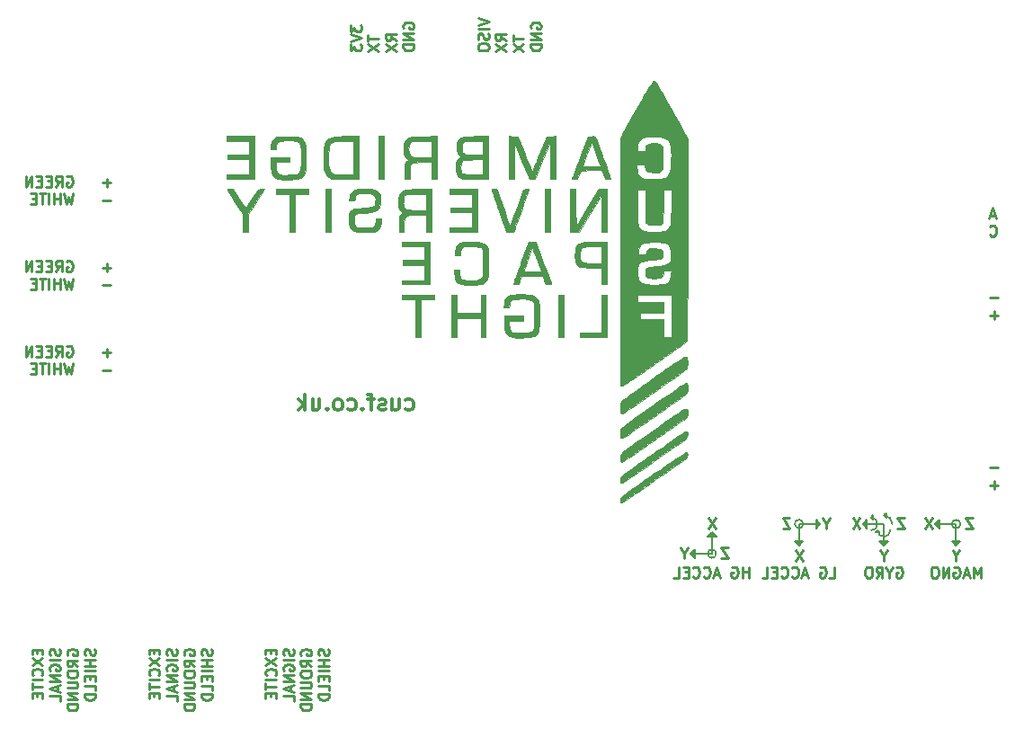
<source format=gbo>
%FSLAX46Y46*%
G04 Gerber Fmt 4.6, Leading zero omitted, Abs format (unit mm)*
G04 Created by KiCad (PCBNEW (2014-jan-25)-product) date Thu 31 Jul 2014 17:57:03 BST*
%MOMM*%
G01*
G04 APERTURE LIST*
%ADD10C,0.100000*%
%ADD11C,0.250000*%
%ADD12C,0.200000*%
%ADD13C,0.300000*%
%ADD14C,1.016000*%
%ADD15C,6.300000*%
%ADD16C,0.600000*%
%ADD17C,1.500000*%
%ADD18C,1.100000*%
G04 APERTURE END LIST*
D10*
D11*
X93219048Y-47753571D02*
X93980953Y-47753571D01*
X93600001Y-47372619D02*
X93600001Y-48134524D01*
X93219048Y-46103571D02*
X93980953Y-46103571D01*
X93219048Y-31753571D02*
X93980953Y-31753571D01*
X93600001Y-31372619D02*
X93600001Y-32134524D01*
X93219048Y-30103571D02*
X93980953Y-30103571D01*
X92309524Y-56452381D02*
X92309524Y-55452381D01*
X91976190Y-56166667D01*
X91642857Y-55452381D01*
X91642857Y-56452381D01*
X91214286Y-56166667D02*
X90738095Y-56166667D01*
X91309524Y-56452381D02*
X90976191Y-55452381D01*
X90642857Y-56452381D01*
X89785714Y-55500000D02*
X89880952Y-55452381D01*
X90023809Y-55452381D01*
X90166667Y-55500000D01*
X90261905Y-55595238D01*
X90309524Y-55690476D01*
X90357143Y-55880952D01*
X90357143Y-56023810D01*
X90309524Y-56214286D01*
X90261905Y-56309524D01*
X90166667Y-56404762D01*
X90023809Y-56452381D01*
X89928571Y-56452381D01*
X89785714Y-56404762D01*
X89738095Y-56357143D01*
X89738095Y-56023810D01*
X89928571Y-56023810D01*
X89309524Y-56452381D02*
X89309524Y-55452381D01*
X88738095Y-56452381D01*
X88738095Y-55452381D01*
X88071429Y-55452381D02*
X87880952Y-55452381D01*
X87785714Y-55500000D01*
X87690476Y-55595238D01*
X87642857Y-55785714D01*
X87642857Y-56119048D01*
X87690476Y-56309524D01*
X87785714Y-56404762D01*
X87880952Y-56452381D01*
X88071429Y-56452381D01*
X88166667Y-56404762D01*
X88261905Y-56309524D01*
X88309524Y-56119048D01*
X88309524Y-55785714D01*
X88261905Y-55595238D01*
X88166667Y-55500000D01*
X88071429Y-55452381D01*
X91533333Y-50852381D02*
X90866666Y-50852381D01*
X91533333Y-51852381D01*
X90866666Y-51852381D01*
X90000000Y-54376190D02*
X90000000Y-54852381D01*
X90333333Y-53852381D02*
X90000000Y-54376190D01*
X89666666Y-53852381D01*
X87733333Y-50852381D02*
X87066666Y-51852381D01*
X87066666Y-50852381D02*
X87733333Y-51852381D01*
D12*
X90400000Y-51400000D02*
G75*
G03X90400000Y-51400000I-400000J0D01*
G74*
G01*
X90000000Y-53200000D02*
X89800000Y-53000000D01*
X90000000Y-53200000D02*
X90200000Y-53000000D01*
X90400000Y-53000000D02*
X90000000Y-53400000D01*
X89600000Y-53000000D02*
X90400000Y-53000000D01*
X90000000Y-53400000D02*
X89600000Y-53000000D01*
X90000000Y-51400000D02*
X90000000Y-53400000D01*
X88200000Y-51400000D02*
X88400000Y-51200000D01*
X88200000Y-51400000D02*
X88400000Y-51600000D01*
X65200000Y-54200000D02*
X65400000Y-54400000D01*
X65200000Y-54200000D02*
X65400000Y-54000000D01*
X67000000Y-52400000D02*
X67200000Y-52600000D01*
X67000000Y-52400000D02*
X66800000Y-52600000D01*
X75200000Y-53200000D02*
X75400000Y-53000000D01*
X75200000Y-53200000D02*
X75000000Y-53000000D01*
X77000000Y-51400000D02*
X76800000Y-51600000D01*
X77000000Y-51400000D02*
X76800000Y-51200000D01*
X81400000Y-51400000D02*
X81600000Y-51200000D01*
X81400000Y-51400000D02*
X81600000Y-51600000D01*
X83400000Y-53000000D02*
X83200000Y-53200000D01*
X83000000Y-53000000D02*
X83200000Y-53200000D01*
X81600000Y-51000000D02*
X81600000Y-51800000D01*
X82800000Y-53000000D02*
X83600000Y-53000000D01*
X88400000Y-51000000D02*
X88000000Y-51400000D01*
X88400000Y-51800000D02*
X88400000Y-51000000D01*
X88000000Y-51400000D02*
X88400000Y-51800000D01*
X90000000Y-51400000D02*
X88000000Y-51400000D01*
D11*
X78057143Y-56452381D02*
X78533334Y-56452381D01*
X78533334Y-55452381D01*
X77200000Y-55500000D02*
X77295238Y-55452381D01*
X77438095Y-55452381D01*
X77580953Y-55500000D01*
X77676191Y-55595238D01*
X77723810Y-55690476D01*
X77771429Y-55880952D01*
X77771429Y-56023810D01*
X77723810Y-56214286D01*
X77676191Y-56309524D01*
X77580953Y-56404762D01*
X77438095Y-56452381D01*
X77342857Y-56452381D01*
X77200000Y-56404762D01*
X77152381Y-56357143D01*
X77152381Y-56023810D01*
X77342857Y-56023810D01*
X76009524Y-56166667D02*
X75533333Y-56166667D01*
X76104762Y-56452381D02*
X75771429Y-55452381D01*
X75438095Y-56452381D01*
X74533333Y-56357143D02*
X74580952Y-56404762D01*
X74723809Y-56452381D01*
X74819047Y-56452381D01*
X74961905Y-56404762D01*
X75057143Y-56309524D01*
X75104762Y-56214286D01*
X75152381Y-56023810D01*
X75152381Y-55880952D01*
X75104762Y-55690476D01*
X75057143Y-55595238D01*
X74961905Y-55500000D01*
X74819047Y-55452381D01*
X74723809Y-55452381D01*
X74580952Y-55500000D01*
X74533333Y-55547619D01*
X73533333Y-56357143D02*
X73580952Y-56404762D01*
X73723809Y-56452381D01*
X73819047Y-56452381D01*
X73961905Y-56404762D01*
X74057143Y-56309524D01*
X74104762Y-56214286D01*
X74152381Y-56023810D01*
X74152381Y-55880952D01*
X74104762Y-55690476D01*
X74057143Y-55595238D01*
X73961905Y-55500000D01*
X73819047Y-55452381D01*
X73723809Y-55452381D01*
X73580952Y-55500000D01*
X73533333Y-55547619D01*
X73104762Y-55928571D02*
X72771428Y-55928571D01*
X72628571Y-56452381D02*
X73104762Y-56452381D01*
X73104762Y-55452381D01*
X72628571Y-55452381D01*
X71723809Y-56452381D02*
X72200000Y-56452381D01*
X72200000Y-55452381D01*
X84390476Y-55500000D02*
X84485714Y-55452381D01*
X84628571Y-55452381D01*
X84771429Y-55500000D01*
X84866667Y-55595238D01*
X84914286Y-55690476D01*
X84961905Y-55880952D01*
X84961905Y-56023810D01*
X84914286Y-56214286D01*
X84866667Y-56309524D01*
X84771429Y-56404762D01*
X84628571Y-56452381D01*
X84533333Y-56452381D01*
X84390476Y-56404762D01*
X84342857Y-56357143D01*
X84342857Y-56023810D01*
X84533333Y-56023810D01*
X83723810Y-55976190D02*
X83723810Y-56452381D01*
X84057143Y-55452381D02*
X83723810Y-55976190D01*
X83390476Y-55452381D01*
X82485714Y-56452381D02*
X82819048Y-55976190D01*
X83057143Y-56452381D02*
X83057143Y-55452381D01*
X82676190Y-55452381D01*
X82580952Y-55500000D01*
X82533333Y-55547619D01*
X82485714Y-55642857D01*
X82485714Y-55785714D01*
X82533333Y-55880952D01*
X82580952Y-55928571D01*
X82676190Y-55976190D01*
X83057143Y-55976190D01*
X81866667Y-55452381D02*
X81676190Y-55452381D01*
X81580952Y-55500000D01*
X81485714Y-55595238D01*
X81438095Y-55785714D01*
X81438095Y-56119048D01*
X81485714Y-56309524D01*
X81580952Y-56404762D01*
X81676190Y-56452381D01*
X81866667Y-56452381D01*
X81961905Y-56404762D01*
X82057143Y-56309524D01*
X82104762Y-56119048D01*
X82104762Y-55785714D01*
X82057143Y-55595238D01*
X81961905Y-55500000D01*
X81866667Y-55452381D01*
X70452381Y-56452381D02*
X70452381Y-55452381D01*
X70452381Y-55928571D02*
X69880952Y-55928571D01*
X69880952Y-56452381D02*
X69880952Y-55452381D01*
X68880952Y-55500000D02*
X68976190Y-55452381D01*
X69119047Y-55452381D01*
X69261905Y-55500000D01*
X69357143Y-55595238D01*
X69404762Y-55690476D01*
X69452381Y-55880952D01*
X69452381Y-56023810D01*
X69404762Y-56214286D01*
X69357143Y-56309524D01*
X69261905Y-56404762D01*
X69119047Y-56452381D01*
X69023809Y-56452381D01*
X68880952Y-56404762D01*
X68833333Y-56357143D01*
X68833333Y-56023810D01*
X69023809Y-56023810D01*
X67690476Y-56166667D02*
X67214285Y-56166667D01*
X67785714Y-56452381D02*
X67452381Y-55452381D01*
X67119047Y-56452381D01*
X66214285Y-56357143D02*
X66261904Y-56404762D01*
X66404761Y-56452381D01*
X66499999Y-56452381D01*
X66642857Y-56404762D01*
X66738095Y-56309524D01*
X66785714Y-56214286D01*
X66833333Y-56023810D01*
X66833333Y-55880952D01*
X66785714Y-55690476D01*
X66738095Y-55595238D01*
X66642857Y-55500000D01*
X66499999Y-55452381D01*
X66404761Y-55452381D01*
X66261904Y-55500000D01*
X66214285Y-55547619D01*
X65214285Y-56357143D02*
X65261904Y-56404762D01*
X65404761Y-56452381D01*
X65499999Y-56452381D01*
X65642857Y-56404762D01*
X65738095Y-56309524D01*
X65785714Y-56214286D01*
X65833333Y-56023810D01*
X65833333Y-55880952D01*
X65785714Y-55690476D01*
X65738095Y-55595238D01*
X65642857Y-55500000D01*
X65499999Y-55452381D01*
X65404761Y-55452381D01*
X65261904Y-55500000D01*
X65214285Y-55547619D01*
X64785714Y-55928571D02*
X64452380Y-55928571D01*
X64309523Y-56452381D02*
X64785714Y-56452381D01*
X64785714Y-55452381D01*
X64309523Y-55452381D01*
X63404761Y-56452381D02*
X63880952Y-56452381D01*
X63880952Y-55452381D01*
X80933333Y-50852381D02*
X80266666Y-51852381D01*
X80266666Y-50852381D02*
X80933333Y-51852381D01*
X83200000Y-54376190D02*
X83200000Y-54852381D01*
X83533333Y-53852381D02*
X83200000Y-54376190D01*
X82866666Y-53852381D01*
X85133333Y-50852381D02*
X84466666Y-50852381D01*
X85133333Y-51852381D01*
X84466666Y-51852381D01*
D12*
X82200000Y-50600000D02*
X82000000Y-50800000D01*
X82200000Y-51000000D02*
X82200000Y-50600000D01*
X82000000Y-50800000D02*
X82200000Y-51000000D01*
X82600000Y-51400000D02*
G75*
G03X82000000Y-50800000I-600000J0D01*
G74*
G01*
X82000000Y-52000000D02*
G75*
G03X82600000Y-51400000I0J600000D01*
G74*
G01*
X82800000Y-52200000D02*
X82600000Y-52000000D01*
X82400000Y-52200000D02*
X82800000Y-52200000D01*
X82600000Y-52000000D02*
X82400000Y-52200000D01*
X83200000Y-52600000D02*
G75*
G03X83800000Y-52000000I0J600000D01*
G74*
G01*
X82600000Y-52000000D02*
G75*
G03X83200000Y-52600000I600000J0D01*
G74*
G01*
X83400000Y-50400000D02*
X83400000Y-50800000D01*
X83200000Y-50600000D02*
X83400000Y-50400000D01*
X83400000Y-50800000D02*
X83200000Y-50600000D01*
X84000000Y-51400000D02*
G75*
G03X83200000Y-50600000I-800000J0D01*
G74*
G01*
X83200000Y-53400000D02*
X83600000Y-53000000D01*
X83200000Y-53400000D02*
X82800000Y-53000000D01*
X83200000Y-51400000D02*
X83200000Y-53400000D01*
X81200000Y-51400000D02*
X81600000Y-51800000D01*
X81200000Y-51400000D02*
X81600000Y-51000000D01*
X83200000Y-51400000D02*
X81200000Y-51400000D01*
D11*
X77800000Y-51376190D02*
X77800000Y-51852381D01*
X78133333Y-50852381D02*
X77800000Y-51376190D01*
X77466666Y-50852381D01*
X75533333Y-53852381D02*
X74866666Y-54852381D01*
X74866666Y-53852381D02*
X75533333Y-54852381D01*
X74333333Y-50852381D02*
X73666666Y-50852381D01*
X74333333Y-51852381D01*
X73666666Y-51852381D01*
D12*
X75600000Y-51400000D02*
G75*
G03X75600000Y-51400000I-400000J0D01*
G74*
G01*
X76800000Y-51800000D02*
X77200000Y-51400000D01*
X76800000Y-51000000D02*
X76800000Y-51800000D01*
X77200000Y-51400000D02*
X76800000Y-51000000D01*
X75200000Y-51400000D02*
X77200000Y-51400000D01*
X75600000Y-53000000D02*
X75200000Y-53400000D01*
X74800000Y-53000000D02*
X75600000Y-53000000D01*
X75200000Y-53400000D02*
X74800000Y-53000000D01*
X75200000Y-51400000D02*
X75200000Y-53400000D01*
D11*
X68533333Y-53652381D02*
X67866666Y-53652381D01*
X68533333Y-54652381D01*
X67866666Y-54652381D01*
X64400000Y-54176190D02*
X64400000Y-54652381D01*
X64733333Y-53652381D02*
X64400000Y-54176190D01*
X64066666Y-53652381D01*
X67333333Y-50852381D02*
X66666666Y-51852381D01*
X66666666Y-50852381D02*
X67333333Y-51852381D01*
D12*
X67400000Y-54200000D02*
G75*
G03X67400000Y-54200000I-400000J0D01*
G74*
G01*
X65400000Y-54600000D02*
X65000000Y-54200000D01*
X65400000Y-53800000D02*
X65400000Y-54600000D01*
X65000000Y-54200000D02*
X65400000Y-53800000D01*
X67000000Y-54200000D02*
X65000000Y-54200000D01*
X67400000Y-52600000D02*
X67000000Y-52200000D01*
X66600000Y-52600000D02*
X67400000Y-52600000D01*
X67000000Y-52200000D02*
X66600000Y-52600000D01*
X67000000Y-54200000D02*
X67000000Y-52200000D01*
D11*
X10380952Y-35246429D02*
X9619047Y-35246429D01*
X9999999Y-35627381D02*
X9999999Y-34865476D01*
X10380952Y-36896429D02*
X9619047Y-36896429D01*
X10380952Y-27246429D02*
X9619047Y-27246429D01*
X9999999Y-27627381D02*
X9999999Y-26865476D01*
X10380952Y-28896429D02*
X9619047Y-28896429D01*
X10380952Y-19246429D02*
X9619047Y-19246429D01*
X9999999Y-19627381D02*
X9999999Y-18865476D01*
X10380952Y-20896429D02*
X9619047Y-20896429D01*
X6238095Y-34675000D02*
X6333333Y-34627381D01*
X6476190Y-34627381D01*
X6619048Y-34675000D01*
X6714286Y-34770238D01*
X6761905Y-34865476D01*
X6809524Y-35055952D01*
X6809524Y-35198810D01*
X6761905Y-35389286D01*
X6714286Y-35484524D01*
X6619048Y-35579762D01*
X6476190Y-35627381D01*
X6380952Y-35627381D01*
X6238095Y-35579762D01*
X6190476Y-35532143D01*
X6190476Y-35198810D01*
X6380952Y-35198810D01*
X5190476Y-35627381D02*
X5523810Y-35151190D01*
X5761905Y-35627381D02*
X5761905Y-34627381D01*
X5380952Y-34627381D01*
X5285714Y-34675000D01*
X5238095Y-34722619D01*
X5190476Y-34817857D01*
X5190476Y-34960714D01*
X5238095Y-35055952D01*
X5285714Y-35103571D01*
X5380952Y-35151190D01*
X5761905Y-35151190D01*
X4761905Y-35103571D02*
X4428571Y-35103571D01*
X4285714Y-35627381D02*
X4761905Y-35627381D01*
X4761905Y-34627381D01*
X4285714Y-34627381D01*
X3857143Y-35103571D02*
X3523809Y-35103571D01*
X3380952Y-35627381D02*
X3857143Y-35627381D01*
X3857143Y-34627381D01*
X3380952Y-34627381D01*
X2952381Y-35627381D02*
X2952381Y-34627381D01*
X2380952Y-35627381D01*
X2380952Y-34627381D01*
X6857143Y-36277381D02*
X6619048Y-37277381D01*
X6428571Y-36563095D01*
X6238095Y-37277381D01*
X6000000Y-36277381D01*
X5619048Y-37277381D02*
X5619048Y-36277381D01*
X5619048Y-36753571D02*
X5047619Y-36753571D01*
X5047619Y-37277381D02*
X5047619Y-36277381D01*
X4571429Y-37277381D02*
X4571429Y-36277381D01*
X4238096Y-36277381D02*
X3666667Y-36277381D01*
X3952382Y-37277381D02*
X3952382Y-36277381D01*
X3333334Y-36753571D02*
X3000000Y-36753571D01*
X2857143Y-37277381D02*
X3333334Y-37277381D01*
X3333334Y-36277381D01*
X2857143Y-36277381D01*
X6238095Y-26675000D02*
X6333333Y-26627381D01*
X6476190Y-26627381D01*
X6619048Y-26675000D01*
X6714286Y-26770238D01*
X6761905Y-26865476D01*
X6809524Y-27055952D01*
X6809524Y-27198810D01*
X6761905Y-27389286D01*
X6714286Y-27484524D01*
X6619048Y-27579762D01*
X6476190Y-27627381D01*
X6380952Y-27627381D01*
X6238095Y-27579762D01*
X6190476Y-27532143D01*
X6190476Y-27198810D01*
X6380952Y-27198810D01*
X5190476Y-27627381D02*
X5523810Y-27151190D01*
X5761905Y-27627381D02*
X5761905Y-26627381D01*
X5380952Y-26627381D01*
X5285714Y-26675000D01*
X5238095Y-26722619D01*
X5190476Y-26817857D01*
X5190476Y-26960714D01*
X5238095Y-27055952D01*
X5285714Y-27103571D01*
X5380952Y-27151190D01*
X5761905Y-27151190D01*
X4761905Y-27103571D02*
X4428571Y-27103571D01*
X4285714Y-27627381D02*
X4761905Y-27627381D01*
X4761905Y-26627381D01*
X4285714Y-26627381D01*
X3857143Y-27103571D02*
X3523809Y-27103571D01*
X3380952Y-27627381D02*
X3857143Y-27627381D01*
X3857143Y-26627381D01*
X3380952Y-26627381D01*
X2952381Y-27627381D02*
X2952381Y-26627381D01*
X2380952Y-27627381D01*
X2380952Y-26627381D01*
X6857143Y-28277381D02*
X6619048Y-29277381D01*
X6428571Y-28563095D01*
X6238095Y-29277381D01*
X6000000Y-28277381D01*
X5619048Y-29277381D02*
X5619048Y-28277381D01*
X5619048Y-28753571D02*
X5047619Y-28753571D01*
X5047619Y-29277381D02*
X5047619Y-28277381D01*
X4571429Y-29277381D02*
X4571429Y-28277381D01*
X4238096Y-28277381D02*
X3666667Y-28277381D01*
X3952382Y-29277381D02*
X3952382Y-28277381D01*
X3333334Y-28753571D02*
X3000000Y-28753571D01*
X2857143Y-29277381D02*
X3333334Y-29277381D01*
X3333334Y-28277381D01*
X2857143Y-28277381D01*
D13*
X38178572Y-40607143D02*
X38321429Y-40678571D01*
X38607143Y-40678571D01*
X38750001Y-40607143D01*
X38821429Y-40535714D01*
X38892858Y-40392857D01*
X38892858Y-39964286D01*
X38821429Y-39821429D01*
X38750001Y-39750000D01*
X38607143Y-39678571D01*
X38321429Y-39678571D01*
X38178572Y-39750000D01*
X36892858Y-39678571D02*
X36892858Y-40678571D01*
X37535715Y-39678571D02*
X37535715Y-40464286D01*
X37464287Y-40607143D01*
X37321429Y-40678571D01*
X37107144Y-40678571D01*
X36964287Y-40607143D01*
X36892858Y-40535714D01*
X36250001Y-40607143D02*
X36107144Y-40678571D01*
X35821429Y-40678571D01*
X35678572Y-40607143D01*
X35607144Y-40464286D01*
X35607144Y-40392857D01*
X35678572Y-40250000D01*
X35821429Y-40178571D01*
X36035715Y-40178571D01*
X36178572Y-40107143D01*
X36250001Y-39964286D01*
X36250001Y-39892857D01*
X36178572Y-39750000D01*
X36035715Y-39678571D01*
X35821429Y-39678571D01*
X35678572Y-39750000D01*
X35178572Y-39678571D02*
X34607143Y-39678571D01*
X34964286Y-40678571D02*
X34964286Y-39392857D01*
X34892858Y-39250000D01*
X34750000Y-39178571D01*
X34607143Y-39178571D01*
X34107143Y-40535714D02*
X34035715Y-40607143D01*
X34107143Y-40678571D01*
X34178572Y-40607143D01*
X34107143Y-40535714D01*
X34107143Y-40678571D01*
X32750000Y-40607143D02*
X32892857Y-40678571D01*
X33178571Y-40678571D01*
X33321429Y-40607143D01*
X33392857Y-40535714D01*
X33464286Y-40392857D01*
X33464286Y-39964286D01*
X33392857Y-39821429D01*
X33321429Y-39750000D01*
X33178571Y-39678571D01*
X32892857Y-39678571D01*
X32750000Y-39750000D01*
X31892857Y-40678571D02*
X32035715Y-40607143D01*
X32107143Y-40535714D01*
X32178572Y-40392857D01*
X32178572Y-39964286D01*
X32107143Y-39821429D01*
X32035715Y-39750000D01*
X31892857Y-39678571D01*
X31678572Y-39678571D01*
X31535715Y-39750000D01*
X31464286Y-39821429D01*
X31392857Y-39964286D01*
X31392857Y-40392857D01*
X31464286Y-40535714D01*
X31535715Y-40607143D01*
X31678572Y-40678571D01*
X31892857Y-40678571D01*
X30750000Y-40535714D02*
X30678572Y-40607143D01*
X30750000Y-40678571D01*
X30821429Y-40607143D01*
X30750000Y-40535714D01*
X30750000Y-40678571D01*
X29392857Y-39678571D02*
X29392857Y-40678571D01*
X30035714Y-39678571D02*
X30035714Y-40464286D01*
X29964286Y-40607143D01*
X29821428Y-40678571D01*
X29607143Y-40678571D01*
X29464286Y-40607143D01*
X29392857Y-40535714D01*
X28678571Y-40678571D02*
X28678571Y-39178571D01*
X28535714Y-40107143D02*
X28107143Y-40678571D01*
X28107143Y-39678571D02*
X28678571Y-40250000D01*
D11*
X93666667Y-22341667D02*
X93190476Y-22341667D01*
X93761905Y-22627381D02*
X93428572Y-21627381D01*
X93095238Y-22627381D01*
X93190476Y-24182143D02*
X93238095Y-24229762D01*
X93380952Y-24277381D01*
X93476190Y-24277381D01*
X93619048Y-24229762D01*
X93714286Y-24134524D01*
X93761905Y-24039286D01*
X93809524Y-23848810D01*
X93809524Y-23705952D01*
X93761905Y-23515476D01*
X93714286Y-23420238D01*
X93619048Y-23325000D01*
X93476190Y-23277381D01*
X93380952Y-23277381D01*
X93238095Y-23325000D01*
X93190476Y-23372619D01*
X44977381Y-3761905D02*
X45977381Y-4095238D01*
X44977381Y-4428572D01*
X45977381Y-4761905D02*
X44977381Y-4761905D01*
X45929762Y-5190476D02*
X45977381Y-5333333D01*
X45977381Y-5571429D01*
X45929762Y-5666667D01*
X45882143Y-5714286D01*
X45786905Y-5761905D01*
X45691667Y-5761905D01*
X45596429Y-5714286D01*
X45548810Y-5666667D01*
X45501190Y-5571429D01*
X45453571Y-5380952D01*
X45405952Y-5285714D01*
X45358333Y-5238095D01*
X45263095Y-5190476D01*
X45167857Y-5190476D01*
X45072619Y-5238095D01*
X45025000Y-5285714D01*
X44977381Y-5380952D01*
X44977381Y-5619048D01*
X45025000Y-5761905D01*
X44977381Y-6380952D02*
X44977381Y-6571429D01*
X45025000Y-6666667D01*
X45120238Y-6761905D01*
X45310714Y-6809524D01*
X45644048Y-6809524D01*
X45834524Y-6761905D01*
X45929762Y-6666667D01*
X45977381Y-6571429D01*
X45977381Y-6380952D01*
X45929762Y-6285714D01*
X45834524Y-6190476D01*
X45644048Y-6142857D01*
X45310714Y-6142857D01*
X45120238Y-6190476D01*
X45025000Y-6285714D01*
X44977381Y-6380952D01*
X47627381Y-5857143D02*
X47151190Y-5523809D01*
X47627381Y-5285714D02*
X46627381Y-5285714D01*
X46627381Y-5666667D01*
X46675000Y-5761905D01*
X46722619Y-5809524D01*
X46817857Y-5857143D01*
X46960714Y-5857143D01*
X47055952Y-5809524D01*
X47103571Y-5761905D01*
X47151190Y-5666667D01*
X47151190Y-5285714D01*
X46627381Y-6190476D02*
X47627381Y-6857143D01*
X46627381Y-6857143D02*
X47627381Y-6190476D01*
X48277381Y-5380952D02*
X48277381Y-5952381D01*
X49277381Y-5666666D02*
X48277381Y-5666666D01*
X48277381Y-6190476D02*
X49277381Y-6857143D01*
X48277381Y-6857143D02*
X49277381Y-6190476D01*
X49975000Y-4714286D02*
X49927381Y-4619048D01*
X49927381Y-4476191D01*
X49975000Y-4333333D01*
X50070238Y-4238095D01*
X50165476Y-4190476D01*
X50355952Y-4142857D01*
X50498810Y-4142857D01*
X50689286Y-4190476D01*
X50784524Y-4238095D01*
X50879762Y-4333333D01*
X50927381Y-4476191D01*
X50927381Y-4571429D01*
X50879762Y-4714286D01*
X50832143Y-4761905D01*
X50498810Y-4761905D01*
X50498810Y-4571429D01*
X50927381Y-5190476D02*
X49927381Y-5190476D01*
X50927381Y-5761905D01*
X49927381Y-5761905D01*
X50927381Y-6238095D02*
X49927381Y-6238095D01*
X49927381Y-6476190D01*
X49975000Y-6619048D01*
X50070238Y-6714286D01*
X50165476Y-6761905D01*
X50355952Y-6809524D01*
X50498810Y-6809524D01*
X50689286Y-6761905D01*
X50784524Y-6714286D01*
X50879762Y-6619048D01*
X50927381Y-6476190D01*
X50927381Y-6238095D01*
X32977381Y-4380952D02*
X32977381Y-5000000D01*
X33358333Y-4666666D01*
X33358333Y-4809524D01*
X33405952Y-4904762D01*
X33453571Y-4952381D01*
X33548810Y-5000000D01*
X33786905Y-5000000D01*
X33882143Y-4952381D01*
X33929762Y-4904762D01*
X33977381Y-4809524D01*
X33977381Y-4523809D01*
X33929762Y-4428571D01*
X33882143Y-4380952D01*
X32977381Y-5285714D02*
X33977381Y-5619047D01*
X32977381Y-5952381D01*
X32977381Y-6190476D02*
X32977381Y-6809524D01*
X33358333Y-6476190D01*
X33358333Y-6619048D01*
X33405952Y-6714286D01*
X33453571Y-6761905D01*
X33548810Y-6809524D01*
X33786905Y-6809524D01*
X33882143Y-6761905D01*
X33929762Y-6714286D01*
X33977381Y-6619048D01*
X33977381Y-6333333D01*
X33929762Y-6238095D01*
X33882143Y-6190476D01*
X34627381Y-5380952D02*
X34627381Y-5952381D01*
X35627381Y-5666666D02*
X34627381Y-5666666D01*
X34627381Y-6190476D02*
X35627381Y-6857143D01*
X34627381Y-6857143D02*
X35627381Y-6190476D01*
X37277381Y-5857143D02*
X36801190Y-5523809D01*
X37277381Y-5285714D02*
X36277381Y-5285714D01*
X36277381Y-5666667D01*
X36325000Y-5761905D01*
X36372619Y-5809524D01*
X36467857Y-5857143D01*
X36610714Y-5857143D01*
X36705952Y-5809524D01*
X36753571Y-5761905D01*
X36801190Y-5666667D01*
X36801190Y-5285714D01*
X36277381Y-6190476D02*
X37277381Y-6857143D01*
X36277381Y-6857143D02*
X37277381Y-6190476D01*
X37975000Y-4714286D02*
X37927381Y-4619048D01*
X37927381Y-4476191D01*
X37975000Y-4333333D01*
X38070238Y-4238095D01*
X38165476Y-4190476D01*
X38355952Y-4142857D01*
X38498810Y-4142857D01*
X38689286Y-4190476D01*
X38784524Y-4238095D01*
X38879762Y-4333333D01*
X38927381Y-4476191D01*
X38927381Y-4571429D01*
X38879762Y-4714286D01*
X38832143Y-4761905D01*
X38498810Y-4761905D01*
X38498810Y-4571429D01*
X38927381Y-5190476D02*
X37927381Y-5190476D01*
X38927381Y-5761905D01*
X37927381Y-5761905D01*
X38927381Y-6238095D02*
X37927381Y-6238095D01*
X37927381Y-6476190D01*
X37975000Y-6619048D01*
X38070238Y-6714286D01*
X38165476Y-6761905D01*
X38355952Y-6809524D01*
X38498810Y-6809524D01*
X38689286Y-6761905D01*
X38784524Y-6714286D01*
X38879762Y-6619048D01*
X38927381Y-6476190D01*
X38927381Y-6238095D01*
X6238095Y-18675000D02*
X6333333Y-18627381D01*
X6476190Y-18627381D01*
X6619048Y-18675000D01*
X6714286Y-18770238D01*
X6761905Y-18865476D01*
X6809524Y-19055952D01*
X6809524Y-19198810D01*
X6761905Y-19389286D01*
X6714286Y-19484524D01*
X6619048Y-19579762D01*
X6476190Y-19627381D01*
X6380952Y-19627381D01*
X6238095Y-19579762D01*
X6190476Y-19532143D01*
X6190476Y-19198810D01*
X6380952Y-19198810D01*
X5190476Y-19627381D02*
X5523810Y-19151190D01*
X5761905Y-19627381D02*
X5761905Y-18627381D01*
X5380952Y-18627381D01*
X5285714Y-18675000D01*
X5238095Y-18722619D01*
X5190476Y-18817857D01*
X5190476Y-18960714D01*
X5238095Y-19055952D01*
X5285714Y-19103571D01*
X5380952Y-19151190D01*
X5761905Y-19151190D01*
X4761905Y-19103571D02*
X4428571Y-19103571D01*
X4285714Y-19627381D02*
X4761905Y-19627381D01*
X4761905Y-18627381D01*
X4285714Y-18627381D01*
X3857143Y-19103571D02*
X3523809Y-19103571D01*
X3380952Y-19627381D02*
X3857143Y-19627381D01*
X3857143Y-18627381D01*
X3380952Y-18627381D01*
X2952381Y-19627381D02*
X2952381Y-18627381D01*
X2380952Y-19627381D01*
X2380952Y-18627381D01*
X6857143Y-20277381D02*
X6619048Y-21277381D01*
X6428571Y-20563095D01*
X6238095Y-21277381D01*
X6000000Y-20277381D01*
X5619048Y-21277381D02*
X5619048Y-20277381D01*
X5619048Y-20753571D02*
X5047619Y-20753571D01*
X5047619Y-21277381D02*
X5047619Y-20277381D01*
X4571429Y-21277381D02*
X4571429Y-20277381D01*
X4238096Y-20277381D02*
X3666667Y-20277381D01*
X3952382Y-21277381D02*
X3952382Y-20277381D01*
X3333334Y-20753571D02*
X3000000Y-20753571D01*
X2857143Y-21277381D02*
X3333334Y-21277381D01*
X3333334Y-20277381D01*
X2857143Y-20277381D01*
X25453571Y-63238095D02*
X25453571Y-63571429D01*
X25977381Y-63714286D02*
X25977381Y-63238095D01*
X24977381Y-63238095D01*
X24977381Y-63714286D01*
X24977381Y-64047619D02*
X25977381Y-64714286D01*
X24977381Y-64714286D02*
X25977381Y-64047619D01*
X25882143Y-65666667D02*
X25929762Y-65619048D01*
X25977381Y-65476191D01*
X25977381Y-65380953D01*
X25929762Y-65238095D01*
X25834524Y-65142857D01*
X25739286Y-65095238D01*
X25548810Y-65047619D01*
X25405952Y-65047619D01*
X25215476Y-65095238D01*
X25120238Y-65142857D01*
X25025000Y-65238095D01*
X24977381Y-65380953D01*
X24977381Y-65476191D01*
X25025000Y-65619048D01*
X25072619Y-65666667D01*
X25977381Y-66095238D02*
X24977381Y-66095238D01*
X24977381Y-66428571D02*
X24977381Y-67000000D01*
X25977381Y-66714285D02*
X24977381Y-66714285D01*
X25453571Y-67333333D02*
X25453571Y-67666667D01*
X25977381Y-67809524D02*
X25977381Y-67333333D01*
X24977381Y-67333333D01*
X24977381Y-67809524D01*
X27579762Y-63190476D02*
X27627381Y-63333333D01*
X27627381Y-63571429D01*
X27579762Y-63666667D01*
X27532143Y-63714286D01*
X27436905Y-63761905D01*
X27341667Y-63761905D01*
X27246429Y-63714286D01*
X27198810Y-63666667D01*
X27151190Y-63571429D01*
X27103571Y-63380952D01*
X27055952Y-63285714D01*
X27008333Y-63238095D01*
X26913095Y-63190476D01*
X26817857Y-63190476D01*
X26722619Y-63238095D01*
X26675000Y-63285714D01*
X26627381Y-63380952D01*
X26627381Y-63619048D01*
X26675000Y-63761905D01*
X27627381Y-64190476D02*
X26627381Y-64190476D01*
X26675000Y-65190476D02*
X26627381Y-65095238D01*
X26627381Y-64952381D01*
X26675000Y-64809523D01*
X26770238Y-64714285D01*
X26865476Y-64666666D01*
X27055952Y-64619047D01*
X27198810Y-64619047D01*
X27389286Y-64666666D01*
X27484524Y-64714285D01*
X27579762Y-64809523D01*
X27627381Y-64952381D01*
X27627381Y-65047619D01*
X27579762Y-65190476D01*
X27532143Y-65238095D01*
X27198810Y-65238095D01*
X27198810Y-65047619D01*
X27627381Y-65666666D02*
X26627381Y-65666666D01*
X27627381Y-66238095D01*
X26627381Y-66238095D01*
X27341667Y-66666666D02*
X27341667Y-67142857D01*
X27627381Y-66571428D02*
X26627381Y-66904761D01*
X27627381Y-67238095D01*
X27627381Y-68047619D02*
X27627381Y-67571428D01*
X26627381Y-67571428D01*
X28325000Y-63761905D02*
X28277381Y-63666667D01*
X28277381Y-63523810D01*
X28325000Y-63380952D01*
X28420238Y-63285714D01*
X28515476Y-63238095D01*
X28705952Y-63190476D01*
X28848810Y-63190476D01*
X29039286Y-63238095D01*
X29134524Y-63285714D01*
X29229762Y-63380952D01*
X29277381Y-63523810D01*
X29277381Y-63619048D01*
X29229762Y-63761905D01*
X29182143Y-63809524D01*
X28848810Y-63809524D01*
X28848810Y-63619048D01*
X29277381Y-64809524D02*
X28801190Y-64476190D01*
X29277381Y-64238095D02*
X28277381Y-64238095D01*
X28277381Y-64619048D01*
X28325000Y-64714286D01*
X28372619Y-64761905D01*
X28467857Y-64809524D01*
X28610714Y-64809524D01*
X28705952Y-64761905D01*
X28753571Y-64714286D01*
X28801190Y-64619048D01*
X28801190Y-64238095D01*
X28277381Y-65428571D02*
X28277381Y-65619048D01*
X28325000Y-65714286D01*
X28420238Y-65809524D01*
X28610714Y-65857143D01*
X28944048Y-65857143D01*
X29134524Y-65809524D01*
X29229762Y-65714286D01*
X29277381Y-65619048D01*
X29277381Y-65428571D01*
X29229762Y-65333333D01*
X29134524Y-65238095D01*
X28944048Y-65190476D01*
X28610714Y-65190476D01*
X28420238Y-65238095D01*
X28325000Y-65333333D01*
X28277381Y-65428571D01*
X28277381Y-66285714D02*
X29086905Y-66285714D01*
X29182143Y-66333333D01*
X29229762Y-66380952D01*
X29277381Y-66476190D01*
X29277381Y-66666667D01*
X29229762Y-66761905D01*
X29182143Y-66809524D01*
X29086905Y-66857143D01*
X28277381Y-66857143D01*
X29277381Y-67333333D02*
X28277381Y-67333333D01*
X29277381Y-67904762D01*
X28277381Y-67904762D01*
X29277381Y-68380952D02*
X28277381Y-68380952D01*
X28277381Y-68619047D01*
X28325000Y-68761905D01*
X28420238Y-68857143D01*
X28515476Y-68904762D01*
X28705952Y-68952381D01*
X28848810Y-68952381D01*
X29039286Y-68904762D01*
X29134524Y-68857143D01*
X29229762Y-68761905D01*
X29277381Y-68619047D01*
X29277381Y-68380952D01*
X30879762Y-63190476D02*
X30927381Y-63333333D01*
X30927381Y-63571429D01*
X30879762Y-63666667D01*
X30832143Y-63714286D01*
X30736905Y-63761905D01*
X30641667Y-63761905D01*
X30546429Y-63714286D01*
X30498810Y-63666667D01*
X30451190Y-63571429D01*
X30403571Y-63380952D01*
X30355952Y-63285714D01*
X30308333Y-63238095D01*
X30213095Y-63190476D01*
X30117857Y-63190476D01*
X30022619Y-63238095D01*
X29975000Y-63285714D01*
X29927381Y-63380952D01*
X29927381Y-63619048D01*
X29975000Y-63761905D01*
X30927381Y-64190476D02*
X29927381Y-64190476D01*
X30403571Y-64190476D02*
X30403571Y-64761905D01*
X30927381Y-64761905D02*
X29927381Y-64761905D01*
X30927381Y-65238095D02*
X29927381Y-65238095D01*
X30403571Y-65714285D02*
X30403571Y-66047619D01*
X30927381Y-66190476D02*
X30927381Y-65714285D01*
X29927381Y-65714285D01*
X29927381Y-66190476D01*
X30927381Y-67095238D02*
X30927381Y-66619047D01*
X29927381Y-66619047D01*
X30927381Y-67428571D02*
X29927381Y-67428571D01*
X29927381Y-67666666D01*
X29975000Y-67809524D01*
X30070238Y-67904762D01*
X30165476Y-67952381D01*
X30355952Y-68000000D01*
X30498810Y-68000000D01*
X30689286Y-67952381D01*
X30784524Y-67904762D01*
X30879762Y-67809524D01*
X30927381Y-67666666D01*
X30927381Y-67428571D01*
X14453571Y-63238095D02*
X14453571Y-63571429D01*
X14977381Y-63714286D02*
X14977381Y-63238095D01*
X13977381Y-63238095D01*
X13977381Y-63714286D01*
X13977381Y-64047619D02*
X14977381Y-64714286D01*
X13977381Y-64714286D02*
X14977381Y-64047619D01*
X14882143Y-65666667D02*
X14929762Y-65619048D01*
X14977381Y-65476191D01*
X14977381Y-65380953D01*
X14929762Y-65238095D01*
X14834524Y-65142857D01*
X14739286Y-65095238D01*
X14548810Y-65047619D01*
X14405952Y-65047619D01*
X14215476Y-65095238D01*
X14120238Y-65142857D01*
X14025000Y-65238095D01*
X13977381Y-65380953D01*
X13977381Y-65476191D01*
X14025000Y-65619048D01*
X14072619Y-65666667D01*
X14977381Y-66095238D02*
X13977381Y-66095238D01*
X13977381Y-66428571D02*
X13977381Y-67000000D01*
X14977381Y-66714285D02*
X13977381Y-66714285D01*
X14453571Y-67333333D02*
X14453571Y-67666667D01*
X14977381Y-67809524D02*
X14977381Y-67333333D01*
X13977381Y-67333333D01*
X13977381Y-67809524D01*
X16579762Y-63190476D02*
X16627381Y-63333333D01*
X16627381Y-63571429D01*
X16579762Y-63666667D01*
X16532143Y-63714286D01*
X16436905Y-63761905D01*
X16341667Y-63761905D01*
X16246429Y-63714286D01*
X16198810Y-63666667D01*
X16151190Y-63571429D01*
X16103571Y-63380952D01*
X16055952Y-63285714D01*
X16008333Y-63238095D01*
X15913095Y-63190476D01*
X15817857Y-63190476D01*
X15722619Y-63238095D01*
X15675000Y-63285714D01*
X15627381Y-63380952D01*
X15627381Y-63619048D01*
X15675000Y-63761905D01*
X16627381Y-64190476D02*
X15627381Y-64190476D01*
X15675000Y-65190476D02*
X15627381Y-65095238D01*
X15627381Y-64952381D01*
X15675000Y-64809523D01*
X15770238Y-64714285D01*
X15865476Y-64666666D01*
X16055952Y-64619047D01*
X16198810Y-64619047D01*
X16389286Y-64666666D01*
X16484524Y-64714285D01*
X16579762Y-64809523D01*
X16627381Y-64952381D01*
X16627381Y-65047619D01*
X16579762Y-65190476D01*
X16532143Y-65238095D01*
X16198810Y-65238095D01*
X16198810Y-65047619D01*
X16627381Y-65666666D02*
X15627381Y-65666666D01*
X16627381Y-66238095D01*
X15627381Y-66238095D01*
X16341667Y-66666666D02*
X16341667Y-67142857D01*
X16627381Y-66571428D02*
X15627381Y-66904761D01*
X16627381Y-67238095D01*
X16627381Y-68047619D02*
X16627381Y-67571428D01*
X15627381Y-67571428D01*
X17325000Y-63761905D02*
X17277381Y-63666667D01*
X17277381Y-63523810D01*
X17325000Y-63380952D01*
X17420238Y-63285714D01*
X17515476Y-63238095D01*
X17705952Y-63190476D01*
X17848810Y-63190476D01*
X18039286Y-63238095D01*
X18134524Y-63285714D01*
X18229762Y-63380952D01*
X18277381Y-63523810D01*
X18277381Y-63619048D01*
X18229762Y-63761905D01*
X18182143Y-63809524D01*
X17848810Y-63809524D01*
X17848810Y-63619048D01*
X18277381Y-64809524D02*
X17801190Y-64476190D01*
X18277381Y-64238095D02*
X17277381Y-64238095D01*
X17277381Y-64619048D01*
X17325000Y-64714286D01*
X17372619Y-64761905D01*
X17467857Y-64809524D01*
X17610714Y-64809524D01*
X17705952Y-64761905D01*
X17753571Y-64714286D01*
X17801190Y-64619048D01*
X17801190Y-64238095D01*
X17277381Y-65428571D02*
X17277381Y-65619048D01*
X17325000Y-65714286D01*
X17420238Y-65809524D01*
X17610714Y-65857143D01*
X17944048Y-65857143D01*
X18134524Y-65809524D01*
X18229762Y-65714286D01*
X18277381Y-65619048D01*
X18277381Y-65428571D01*
X18229762Y-65333333D01*
X18134524Y-65238095D01*
X17944048Y-65190476D01*
X17610714Y-65190476D01*
X17420238Y-65238095D01*
X17325000Y-65333333D01*
X17277381Y-65428571D01*
X17277381Y-66285714D02*
X18086905Y-66285714D01*
X18182143Y-66333333D01*
X18229762Y-66380952D01*
X18277381Y-66476190D01*
X18277381Y-66666667D01*
X18229762Y-66761905D01*
X18182143Y-66809524D01*
X18086905Y-66857143D01*
X17277381Y-66857143D01*
X18277381Y-67333333D02*
X17277381Y-67333333D01*
X18277381Y-67904762D01*
X17277381Y-67904762D01*
X18277381Y-68380952D02*
X17277381Y-68380952D01*
X17277381Y-68619047D01*
X17325000Y-68761905D01*
X17420238Y-68857143D01*
X17515476Y-68904762D01*
X17705952Y-68952381D01*
X17848810Y-68952381D01*
X18039286Y-68904762D01*
X18134524Y-68857143D01*
X18229762Y-68761905D01*
X18277381Y-68619047D01*
X18277381Y-68380952D01*
X19879762Y-63190476D02*
X19927381Y-63333333D01*
X19927381Y-63571429D01*
X19879762Y-63666667D01*
X19832143Y-63714286D01*
X19736905Y-63761905D01*
X19641667Y-63761905D01*
X19546429Y-63714286D01*
X19498810Y-63666667D01*
X19451190Y-63571429D01*
X19403571Y-63380952D01*
X19355952Y-63285714D01*
X19308333Y-63238095D01*
X19213095Y-63190476D01*
X19117857Y-63190476D01*
X19022619Y-63238095D01*
X18975000Y-63285714D01*
X18927381Y-63380952D01*
X18927381Y-63619048D01*
X18975000Y-63761905D01*
X19927381Y-64190476D02*
X18927381Y-64190476D01*
X19403571Y-64190476D02*
X19403571Y-64761905D01*
X19927381Y-64761905D02*
X18927381Y-64761905D01*
X19927381Y-65238095D02*
X18927381Y-65238095D01*
X19403571Y-65714285D02*
X19403571Y-66047619D01*
X19927381Y-66190476D02*
X19927381Y-65714285D01*
X18927381Y-65714285D01*
X18927381Y-66190476D01*
X19927381Y-67095238D02*
X19927381Y-66619047D01*
X18927381Y-66619047D01*
X19927381Y-67428571D02*
X18927381Y-67428571D01*
X18927381Y-67666666D01*
X18975000Y-67809524D01*
X19070238Y-67904762D01*
X19165476Y-67952381D01*
X19355952Y-68000000D01*
X19498810Y-68000000D01*
X19689286Y-67952381D01*
X19784524Y-67904762D01*
X19879762Y-67809524D01*
X19927381Y-67666666D01*
X19927381Y-67428571D01*
X3453571Y-63238095D02*
X3453571Y-63571429D01*
X3977381Y-63714286D02*
X3977381Y-63238095D01*
X2977381Y-63238095D01*
X2977381Y-63714286D01*
X2977381Y-64047619D02*
X3977381Y-64714286D01*
X2977381Y-64714286D02*
X3977381Y-64047619D01*
X3882143Y-65666667D02*
X3929762Y-65619048D01*
X3977381Y-65476191D01*
X3977381Y-65380953D01*
X3929762Y-65238095D01*
X3834524Y-65142857D01*
X3739286Y-65095238D01*
X3548810Y-65047619D01*
X3405952Y-65047619D01*
X3215476Y-65095238D01*
X3120238Y-65142857D01*
X3025000Y-65238095D01*
X2977381Y-65380953D01*
X2977381Y-65476191D01*
X3025000Y-65619048D01*
X3072619Y-65666667D01*
X3977381Y-66095238D02*
X2977381Y-66095238D01*
X2977381Y-66428571D02*
X2977381Y-67000000D01*
X3977381Y-66714285D02*
X2977381Y-66714285D01*
X3453571Y-67333333D02*
X3453571Y-67666667D01*
X3977381Y-67809524D02*
X3977381Y-67333333D01*
X2977381Y-67333333D01*
X2977381Y-67809524D01*
X5579762Y-63190476D02*
X5627381Y-63333333D01*
X5627381Y-63571429D01*
X5579762Y-63666667D01*
X5532143Y-63714286D01*
X5436905Y-63761905D01*
X5341667Y-63761905D01*
X5246429Y-63714286D01*
X5198810Y-63666667D01*
X5151190Y-63571429D01*
X5103571Y-63380952D01*
X5055952Y-63285714D01*
X5008333Y-63238095D01*
X4913095Y-63190476D01*
X4817857Y-63190476D01*
X4722619Y-63238095D01*
X4675000Y-63285714D01*
X4627381Y-63380952D01*
X4627381Y-63619048D01*
X4675000Y-63761905D01*
X5627381Y-64190476D02*
X4627381Y-64190476D01*
X4675000Y-65190476D02*
X4627381Y-65095238D01*
X4627381Y-64952381D01*
X4675000Y-64809523D01*
X4770238Y-64714285D01*
X4865476Y-64666666D01*
X5055952Y-64619047D01*
X5198810Y-64619047D01*
X5389286Y-64666666D01*
X5484524Y-64714285D01*
X5579762Y-64809523D01*
X5627381Y-64952381D01*
X5627381Y-65047619D01*
X5579762Y-65190476D01*
X5532143Y-65238095D01*
X5198810Y-65238095D01*
X5198810Y-65047619D01*
X5627381Y-65666666D02*
X4627381Y-65666666D01*
X5627381Y-66238095D01*
X4627381Y-66238095D01*
X5341667Y-66666666D02*
X5341667Y-67142857D01*
X5627381Y-66571428D02*
X4627381Y-66904761D01*
X5627381Y-67238095D01*
X5627381Y-68047619D02*
X5627381Y-67571428D01*
X4627381Y-67571428D01*
X6325000Y-63761905D02*
X6277381Y-63666667D01*
X6277381Y-63523810D01*
X6325000Y-63380952D01*
X6420238Y-63285714D01*
X6515476Y-63238095D01*
X6705952Y-63190476D01*
X6848810Y-63190476D01*
X7039286Y-63238095D01*
X7134524Y-63285714D01*
X7229762Y-63380952D01*
X7277381Y-63523810D01*
X7277381Y-63619048D01*
X7229762Y-63761905D01*
X7182143Y-63809524D01*
X6848810Y-63809524D01*
X6848810Y-63619048D01*
X7277381Y-64809524D02*
X6801190Y-64476190D01*
X7277381Y-64238095D02*
X6277381Y-64238095D01*
X6277381Y-64619048D01*
X6325000Y-64714286D01*
X6372619Y-64761905D01*
X6467857Y-64809524D01*
X6610714Y-64809524D01*
X6705952Y-64761905D01*
X6753571Y-64714286D01*
X6801190Y-64619048D01*
X6801190Y-64238095D01*
X6277381Y-65428571D02*
X6277381Y-65619048D01*
X6325000Y-65714286D01*
X6420238Y-65809524D01*
X6610714Y-65857143D01*
X6944048Y-65857143D01*
X7134524Y-65809524D01*
X7229762Y-65714286D01*
X7277381Y-65619048D01*
X7277381Y-65428571D01*
X7229762Y-65333333D01*
X7134524Y-65238095D01*
X6944048Y-65190476D01*
X6610714Y-65190476D01*
X6420238Y-65238095D01*
X6325000Y-65333333D01*
X6277381Y-65428571D01*
X6277381Y-66285714D02*
X7086905Y-66285714D01*
X7182143Y-66333333D01*
X7229762Y-66380952D01*
X7277381Y-66476190D01*
X7277381Y-66666667D01*
X7229762Y-66761905D01*
X7182143Y-66809524D01*
X7086905Y-66857143D01*
X6277381Y-66857143D01*
X7277381Y-67333333D02*
X6277381Y-67333333D01*
X7277381Y-67904762D01*
X6277381Y-67904762D01*
X7277381Y-68380952D02*
X6277381Y-68380952D01*
X6277381Y-68619047D01*
X6325000Y-68761905D01*
X6420238Y-68857143D01*
X6515476Y-68904762D01*
X6705952Y-68952381D01*
X6848810Y-68952381D01*
X7039286Y-68904762D01*
X7134524Y-68857143D01*
X7229762Y-68761905D01*
X7277381Y-68619047D01*
X7277381Y-68380952D01*
X8879762Y-63190476D02*
X8927381Y-63333333D01*
X8927381Y-63571429D01*
X8879762Y-63666667D01*
X8832143Y-63714286D01*
X8736905Y-63761905D01*
X8641667Y-63761905D01*
X8546429Y-63714286D01*
X8498810Y-63666667D01*
X8451190Y-63571429D01*
X8403571Y-63380952D01*
X8355952Y-63285714D01*
X8308333Y-63238095D01*
X8213095Y-63190476D01*
X8117857Y-63190476D01*
X8022619Y-63238095D01*
X7975000Y-63285714D01*
X7927381Y-63380952D01*
X7927381Y-63619048D01*
X7975000Y-63761905D01*
X8927381Y-64190476D02*
X7927381Y-64190476D01*
X8403571Y-64190476D02*
X8403571Y-64761905D01*
X8927381Y-64761905D02*
X7927381Y-64761905D01*
X8927381Y-65238095D02*
X7927381Y-65238095D01*
X8403571Y-65714285D02*
X8403571Y-66047619D01*
X8927381Y-66190476D02*
X8927381Y-65714285D01*
X7927381Y-65714285D01*
X7927381Y-66190476D01*
X8927381Y-67095238D02*
X8927381Y-66619047D01*
X7927381Y-66619047D01*
X8927381Y-67428571D02*
X7927381Y-67428571D01*
X7927381Y-67666666D01*
X7975000Y-67809524D01*
X8070238Y-67904762D01*
X8165476Y-67952381D01*
X8355952Y-68000000D01*
X8498810Y-68000000D01*
X8689286Y-67952381D01*
X8784524Y-67904762D01*
X8879762Y-67809524D01*
X8927381Y-67666666D01*
X8927381Y-67428571D01*
D10*
G36*
X64691600Y-44846618D02*
X64685797Y-44939916D01*
X64661919Y-45025134D01*
X64610259Y-45111684D01*
X64521113Y-45208977D01*
X64384773Y-45326426D01*
X64191533Y-45473443D01*
X63931690Y-45659439D01*
X63652283Y-45854466D01*
X63466525Y-45983452D01*
X63208897Y-46162429D01*
X62890938Y-46383375D01*
X62524189Y-46638269D01*
X62120189Y-46919091D01*
X61690479Y-47217820D01*
X61246597Y-47526434D01*
X60800084Y-47836912D01*
X60772395Y-47856167D01*
X60216928Y-48240872D01*
X59741504Y-48566741D01*
X59344233Y-48835017D01*
X59023220Y-49046939D01*
X58776574Y-49203748D01*
X58602403Y-49306683D01*
X58498813Y-49356985D01*
X58473695Y-49362800D01*
X58384882Y-49350547D01*
X58348234Y-49293754D01*
X58341600Y-49183032D01*
X58362666Y-49044156D01*
X58438115Y-48912124D01*
X58532100Y-48805333D01*
X58614590Y-48733994D01*
X58769585Y-48614146D01*
X58988850Y-48451471D01*
X59264154Y-48251650D01*
X59587264Y-48020366D01*
X59949946Y-47763299D01*
X60343968Y-47486131D01*
X60761098Y-47194544D01*
X61193101Y-46894219D01*
X61631747Y-46590838D01*
X62068801Y-46290081D01*
X62496031Y-45997631D01*
X62905204Y-45719169D01*
X63288088Y-45460377D01*
X63636450Y-45226936D01*
X63942056Y-45024528D01*
X64196675Y-44858834D01*
X64392072Y-44735535D01*
X64520017Y-44660314D01*
X64570191Y-44638400D01*
X64647867Y-44650076D01*
X64682863Y-44703820D01*
X64691548Y-44827706D01*
X64691600Y-44846618D01*
X64691600Y-44846618D01*
X64691600Y-44846618D01*
G37*
X64691600Y-44846618D02*
X64685797Y-44939916D01*
X64661919Y-45025134D01*
X64610259Y-45111684D01*
X64521113Y-45208977D01*
X64384773Y-45326426D01*
X64191533Y-45473443D01*
X63931690Y-45659439D01*
X63652283Y-45854466D01*
X63466525Y-45983452D01*
X63208897Y-46162429D01*
X62890938Y-46383375D01*
X62524189Y-46638269D01*
X62120189Y-46919091D01*
X61690479Y-47217820D01*
X61246597Y-47526434D01*
X60800084Y-47836912D01*
X60772395Y-47856167D01*
X60216928Y-48240872D01*
X59741504Y-48566741D01*
X59344233Y-48835017D01*
X59023220Y-49046939D01*
X58776574Y-49203748D01*
X58602403Y-49306683D01*
X58498813Y-49356985D01*
X58473695Y-49362800D01*
X58384882Y-49350547D01*
X58348234Y-49293754D01*
X58341600Y-49183032D01*
X58362666Y-49044156D01*
X58438115Y-48912124D01*
X58532100Y-48805333D01*
X58614590Y-48733994D01*
X58769585Y-48614146D01*
X58988850Y-48451471D01*
X59264154Y-48251650D01*
X59587264Y-48020366D01*
X59949946Y-47763299D01*
X60343968Y-47486131D01*
X60761098Y-47194544D01*
X61193101Y-46894219D01*
X61631747Y-46590838D01*
X62068801Y-46290081D01*
X62496031Y-45997631D01*
X62905204Y-45719169D01*
X63288088Y-45460377D01*
X63636450Y-45226936D01*
X63942056Y-45024528D01*
X64196675Y-44858834D01*
X64392072Y-44735535D01*
X64520017Y-44660314D01*
X64570191Y-44638400D01*
X64647867Y-44650076D01*
X64682863Y-44703820D01*
X64691548Y-44827706D01*
X64691600Y-44846618D01*
X64691600Y-44846618D01*
G36*
X64691600Y-42941618D02*
X64684316Y-43117303D01*
X64653374Y-43231507D01*
X64585142Y-43323853D01*
X64547389Y-43360718D01*
X64473520Y-43419871D01*
X64326306Y-43529356D01*
X64116034Y-43681820D01*
X63852994Y-43869907D01*
X63547473Y-44086262D01*
X63209760Y-44323531D01*
X62850144Y-44574358D01*
X62832889Y-44586348D01*
X62135519Y-45070875D01*
X61516828Y-45500675D01*
X60971992Y-45878901D01*
X60496189Y-46208707D01*
X60084595Y-46493244D01*
X59732386Y-46735666D01*
X59434741Y-46939125D01*
X59186835Y-47106775D01*
X58983846Y-47241769D01*
X58820950Y-47347258D01*
X58693325Y-47426396D01*
X58596147Y-47482337D01*
X58524592Y-47518232D01*
X58473839Y-47537234D01*
X58439064Y-47542497D01*
X58415443Y-47537173D01*
X58398153Y-47524416D01*
X58382372Y-47507377D01*
X58375466Y-47500133D01*
X58340961Y-47404999D01*
X58345163Y-47256039D01*
X58382693Y-47090966D01*
X58448176Y-46947492D01*
X58455900Y-46936006D01*
X58515988Y-46880176D01*
X58650733Y-46773768D01*
X58852011Y-46622443D01*
X59111702Y-46431858D01*
X59421682Y-46207673D01*
X59773831Y-45955548D01*
X60160025Y-45681142D01*
X60572144Y-45390113D01*
X61002065Y-45088122D01*
X61441666Y-44780828D01*
X61882825Y-44473889D01*
X62317420Y-44172965D01*
X62737330Y-43883715D01*
X63134431Y-43611799D01*
X63500603Y-43362875D01*
X63827723Y-43142604D01*
X64107670Y-42956644D01*
X64332320Y-42810654D01*
X64493553Y-42710294D01*
X64583247Y-42661223D01*
X64596705Y-42657200D01*
X64651461Y-42671213D01*
X64680199Y-42728850D01*
X64690724Y-42853504D01*
X64691600Y-42941618D01*
X64691600Y-42941618D01*
X64691600Y-42941618D01*
G37*
X64691600Y-42941618D02*
X64684316Y-43117303D01*
X64653374Y-43231507D01*
X64585142Y-43323853D01*
X64547389Y-43360718D01*
X64473520Y-43419871D01*
X64326306Y-43529356D01*
X64116034Y-43681820D01*
X63852994Y-43869907D01*
X63547473Y-44086262D01*
X63209760Y-44323531D01*
X62850144Y-44574358D01*
X62832889Y-44586348D01*
X62135519Y-45070875D01*
X61516828Y-45500675D01*
X60971992Y-45878901D01*
X60496189Y-46208707D01*
X60084595Y-46493244D01*
X59732386Y-46735666D01*
X59434741Y-46939125D01*
X59186835Y-47106775D01*
X58983846Y-47241769D01*
X58820950Y-47347258D01*
X58693325Y-47426396D01*
X58596147Y-47482337D01*
X58524592Y-47518232D01*
X58473839Y-47537234D01*
X58439064Y-47542497D01*
X58415443Y-47537173D01*
X58398153Y-47524416D01*
X58382372Y-47507377D01*
X58375466Y-47500133D01*
X58340961Y-47404999D01*
X58345163Y-47256039D01*
X58382693Y-47090966D01*
X58448176Y-46947492D01*
X58455900Y-46936006D01*
X58515988Y-46880176D01*
X58650733Y-46773768D01*
X58852011Y-46622443D01*
X59111702Y-46431858D01*
X59421682Y-46207673D01*
X59773831Y-45955548D01*
X60160025Y-45681142D01*
X60572144Y-45390113D01*
X61002065Y-45088122D01*
X61441666Y-44780828D01*
X61882825Y-44473889D01*
X62317420Y-44172965D01*
X62737330Y-43883715D01*
X63134431Y-43611799D01*
X63500603Y-43362875D01*
X63827723Y-43142604D01*
X64107670Y-42956644D01*
X64332320Y-42810654D01*
X64493553Y-42710294D01*
X64583247Y-42661223D01*
X64596705Y-42657200D01*
X64651461Y-42671213D01*
X64680199Y-42728850D01*
X64690724Y-42853504D01*
X64691600Y-42941618D01*
X64691600Y-42941618D01*
G36*
X64691600Y-40921002D02*
X64687925Y-41109349D01*
X64669410Y-41230216D01*
X64624815Y-41317663D01*
X64542901Y-41405745D01*
X64526500Y-41421306D01*
X64444159Y-41488466D01*
X64289283Y-41604482D01*
X64070157Y-41763647D01*
X63795065Y-41960254D01*
X63472291Y-42188597D01*
X63110120Y-42442968D01*
X62716836Y-42717662D01*
X62300723Y-43006970D01*
X61870067Y-43305186D01*
X61433151Y-43606603D01*
X60998260Y-43905515D01*
X60573678Y-44196214D01*
X60167690Y-44472993D01*
X59788580Y-44730147D01*
X59444632Y-44961967D01*
X59144132Y-45162746D01*
X58895363Y-45326779D01*
X58706609Y-45448358D01*
X58586156Y-45521777D01*
X58544695Y-45541979D01*
X58433889Y-45542800D01*
X58379410Y-45522877D01*
X58346418Y-45431945D01*
X58341800Y-45277885D01*
X58362471Y-45094175D01*
X58405343Y-44914293D01*
X58444887Y-44812713D01*
X58471541Y-44766064D01*
X58511454Y-44714167D01*
X58570662Y-44652541D01*
X58655196Y-44576704D01*
X58771093Y-44482175D01*
X58924384Y-44364472D01*
X59121105Y-44219115D01*
X59367289Y-44041622D01*
X59668971Y-43827512D01*
X60032184Y-43572304D01*
X60462961Y-43271516D01*
X60967338Y-42920666D01*
X61353187Y-42652766D01*
X61833191Y-42319604D01*
X62291259Y-42001564D01*
X62720128Y-41703693D01*
X63112533Y-41431043D01*
X63461213Y-41188662D01*
X63758902Y-40981600D01*
X63998340Y-40814907D01*
X64172261Y-40693632D01*
X64273402Y-40622826D01*
X64293814Y-40608358D01*
X64454572Y-40537321D01*
X64560514Y-40543435D01*
X64630021Y-40567352D01*
X64669290Y-40611687D01*
X64686915Y-40701188D01*
X64691488Y-40860603D01*
X64691600Y-40921002D01*
X64691600Y-40921002D01*
X64691600Y-40921002D01*
G37*
X64691600Y-40921002D02*
X64687925Y-41109349D01*
X64669410Y-41230216D01*
X64624815Y-41317663D01*
X64542901Y-41405745D01*
X64526500Y-41421306D01*
X64444159Y-41488466D01*
X64289283Y-41604482D01*
X64070157Y-41763647D01*
X63795065Y-41960254D01*
X63472291Y-42188597D01*
X63110120Y-42442968D01*
X62716836Y-42717662D01*
X62300723Y-43006970D01*
X61870067Y-43305186D01*
X61433151Y-43606603D01*
X60998260Y-43905515D01*
X60573678Y-44196214D01*
X60167690Y-44472993D01*
X59788580Y-44730147D01*
X59444632Y-44961967D01*
X59144132Y-45162746D01*
X58895363Y-45326779D01*
X58706609Y-45448358D01*
X58586156Y-45521777D01*
X58544695Y-45541979D01*
X58433889Y-45542800D01*
X58379410Y-45522877D01*
X58346418Y-45431945D01*
X58341800Y-45277885D01*
X58362471Y-45094175D01*
X58405343Y-44914293D01*
X58444887Y-44812713D01*
X58471541Y-44766064D01*
X58511454Y-44714167D01*
X58570662Y-44652541D01*
X58655196Y-44576704D01*
X58771093Y-44482175D01*
X58924384Y-44364472D01*
X59121105Y-44219115D01*
X59367289Y-44041622D01*
X59668971Y-43827512D01*
X60032184Y-43572304D01*
X60462961Y-43271516D01*
X60967338Y-42920666D01*
X61353187Y-42652766D01*
X61833191Y-42319604D01*
X62291259Y-42001564D01*
X62720128Y-41703693D01*
X63112533Y-41431043D01*
X63461213Y-41188662D01*
X63758902Y-40981600D01*
X63998340Y-40814907D01*
X64172261Y-40693632D01*
X64273402Y-40622826D01*
X64293814Y-40608358D01*
X64454572Y-40537321D01*
X64560514Y-40543435D01*
X64630021Y-40567352D01*
X64669290Y-40611687D01*
X64686915Y-40701188D01*
X64691488Y-40860603D01*
X64691600Y-40921002D01*
X64691600Y-40921002D01*
G36*
X64691600Y-38592351D02*
X64689235Y-38798770D01*
X64676428Y-38933760D01*
X64644612Y-39027473D01*
X64585218Y-39110063D01*
X64526500Y-39173386D01*
X64455777Y-39232789D01*
X64311360Y-39342230D01*
X64101548Y-39495950D01*
X63834639Y-39688192D01*
X63518933Y-39913196D01*
X63162727Y-40165206D01*
X62774321Y-40438463D01*
X62362014Y-40727210D01*
X61934103Y-41025687D01*
X61498889Y-41328138D01*
X61064669Y-41628804D01*
X60639743Y-41921927D01*
X60232409Y-42201749D01*
X59850966Y-42462512D01*
X59503712Y-42698458D01*
X59198946Y-42903829D01*
X58944968Y-43072867D01*
X58750076Y-43199813D01*
X58622568Y-43278911D01*
X58572762Y-43304350D01*
X58458318Y-43292214D01*
X58405100Y-43259808D01*
X58365758Y-43165951D01*
X58345557Y-43005633D01*
X58344043Y-42812087D01*
X58360761Y-42618544D01*
X58395256Y-42458238D01*
X58416791Y-42405150D01*
X58469200Y-42348031D01*
X58592001Y-42244715D01*
X58787018Y-42093874D01*
X59056076Y-41894185D01*
X59400999Y-41644323D01*
X59823610Y-41342963D01*
X60325734Y-40988780D01*
X60909194Y-40580449D01*
X61384799Y-40249311D01*
X61871596Y-39911432D01*
X62336306Y-39589719D01*
X62771835Y-39289030D01*
X63171089Y-39014226D01*
X63526972Y-38770164D01*
X63832390Y-38561703D01*
X64080248Y-38393703D01*
X64263452Y-38271023D01*
X64374908Y-38198520D01*
X64405168Y-38180760D01*
X64531339Y-38137834D01*
X64615181Y-38153226D01*
X64664547Y-38238220D01*
X64687289Y-38404103D01*
X64691600Y-38592351D01*
X64691600Y-38592351D01*
X64691600Y-38592351D01*
G37*
X64691600Y-38592351D02*
X64689235Y-38798770D01*
X64676428Y-38933760D01*
X64644612Y-39027473D01*
X64585218Y-39110063D01*
X64526500Y-39173386D01*
X64455777Y-39232789D01*
X64311360Y-39342230D01*
X64101548Y-39495950D01*
X63834639Y-39688192D01*
X63518933Y-39913196D01*
X63162727Y-40165206D01*
X62774321Y-40438463D01*
X62362014Y-40727210D01*
X61934103Y-41025687D01*
X61498889Y-41328138D01*
X61064669Y-41628804D01*
X60639743Y-41921927D01*
X60232409Y-42201749D01*
X59850966Y-42462512D01*
X59503712Y-42698458D01*
X59198946Y-42903829D01*
X58944968Y-43072867D01*
X58750076Y-43199813D01*
X58622568Y-43278911D01*
X58572762Y-43304350D01*
X58458318Y-43292214D01*
X58405100Y-43259808D01*
X58365758Y-43165951D01*
X58345557Y-43005633D01*
X58344043Y-42812087D01*
X58360761Y-42618544D01*
X58395256Y-42458238D01*
X58416791Y-42405150D01*
X58469200Y-42348031D01*
X58592001Y-42244715D01*
X58787018Y-42093874D01*
X59056076Y-41894185D01*
X59400999Y-41644323D01*
X59823610Y-41342963D01*
X60325734Y-40988780D01*
X60909194Y-40580449D01*
X61384799Y-40249311D01*
X61871596Y-39911432D01*
X62336306Y-39589719D01*
X62771835Y-39289030D01*
X63171089Y-39014226D01*
X63526972Y-38770164D01*
X63832390Y-38561703D01*
X64080248Y-38393703D01*
X64263452Y-38271023D01*
X64374908Y-38198520D01*
X64405168Y-38180760D01*
X64531339Y-38137834D01*
X64615181Y-38153226D01*
X64664547Y-38238220D01*
X64687289Y-38404103D01*
X64691600Y-38592351D01*
X64691600Y-38592351D01*
G36*
X64691600Y-36173523D02*
X64690032Y-36396868D01*
X64680786Y-36545665D01*
X64657050Y-36646962D01*
X64612009Y-36727808D01*
X64538852Y-36815250D01*
X64526500Y-36828980D01*
X64461640Y-36889580D01*
X64345037Y-36984080D01*
X64173620Y-37114656D01*
X63944318Y-37283484D01*
X63654060Y-37492741D01*
X63299777Y-37744602D01*
X62878398Y-38041244D01*
X62386852Y-38384842D01*
X61822068Y-38777572D01*
X61180977Y-39221611D01*
X60460508Y-39719135D01*
X60018000Y-40024146D01*
X59628503Y-40292386D01*
X59313957Y-40508312D01*
X59065589Y-40677168D01*
X58874626Y-40804199D01*
X58732296Y-40894649D01*
X58629825Y-40953764D01*
X58558442Y-40986786D01*
X58509373Y-40998962D01*
X58473845Y-40995534D01*
X58443087Y-40981749D01*
X58429188Y-40973968D01*
X58387043Y-40934596D01*
X58360680Y-40860269D01*
X58346727Y-40730778D01*
X58341814Y-40525918D01*
X58341600Y-40448773D01*
X58343928Y-40220245D01*
X58354520Y-40067018D01*
X58378780Y-39962833D01*
X58422118Y-39881431D01*
X58471416Y-39818317D01*
X58529953Y-39768858D01*
X58663633Y-39667614D01*
X58864138Y-39520413D01*
X59123151Y-39333087D01*
X59432356Y-39111465D01*
X59783436Y-38861376D01*
X60168073Y-38588652D01*
X60577951Y-38299122D01*
X61004753Y-37998616D01*
X61440162Y-37692965D01*
X61875860Y-37387997D01*
X62303532Y-37089544D01*
X62714860Y-36803435D01*
X63101527Y-36535500D01*
X63455216Y-36291569D01*
X63767610Y-36077472D01*
X64030393Y-35899040D01*
X64235248Y-35762102D01*
X64373856Y-35672488D01*
X64437600Y-35636132D01*
X64544841Y-35635456D01*
X64602700Y-35655451D01*
X64645448Y-35692310D01*
X64672147Y-35763000D01*
X64686280Y-35887823D01*
X64691332Y-36087082D01*
X64691600Y-36173523D01*
X64691600Y-36173523D01*
X64691600Y-36173523D01*
G37*
X64691600Y-36173523D02*
X64690032Y-36396868D01*
X64680786Y-36545665D01*
X64657050Y-36646962D01*
X64612009Y-36727808D01*
X64538852Y-36815250D01*
X64526500Y-36828980D01*
X64461640Y-36889580D01*
X64345037Y-36984080D01*
X64173620Y-37114656D01*
X63944318Y-37283484D01*
X63654060Y-37492741D01*
X63299777Y-37744602D01*
X62878398Y-38041244D01*
X62386852Y-38384842D01*
X61822068Y-38777572D01*
X61180977Y-39221611D01*
X60460508Y-39719135D01*
X60018000Y-40024146D01*
X59628503Y-40292386D01*
X59313957Y-40508312D01*
X59065589Y-40677168D01*
X58874626Y-40804199D01*
X58732296Y-40894649D01*
X58629825Y-40953764D01*
X58558442Y-40986786D01*
X58509373Y-40998962D01*
X58473845Y-40995534D01*
X58443087Y-40981749D01*
X58429188Y-40973968D01*
X58387043Y-40934596D01*
X58360680Y-40860269D01*
X58346727Y-40730778D01*
X58341814Y-40525918D01*
X58341600Y-40448773D01*
X58343928Y-40220245D01*
X58354520Y-40067018D01*
X58378780Y-39962833D01*
X58422118Y-39881431D01*
X58471416Y-39818317D01*
X58529953Y-39768858D01*
X58663633Y-39667614D01*
X58864138Y-39520413D01*
X59123151Y-39333087D01*
X59432356Y-39111465D01*
X59783436Y-38861376D01*
X60168073Y-38588652D01*
X60577951Y-38299122D01*
X61004753Y-37998616D01*
X61440162Y-37692965D01*
X61875860Y-37387997D01*
X62303532Y-37089544D01*
X62714860Y-36803435D01*
X63101527Y-36535500D01*
X63455216Y-36291569D01*
X63767610Y-36077472D01*
X64030393Y-35899040D01*
X64235248Y-35762102D01*
X64373856Y-35672488D01*
X64437600Y-35636132D01*
X64544841Y-35635456D01*
X64602700Y-35655451D01*
X64645448Y-35692310D01*
X64672147Y-35763000D01*
X64686280Y-35887823D01*
X64691332Y-36087082D01*
X64691600Y-36173523D01*
X64691600Y-36173523D01*
G36*
X64691600Y-24579022D02*
X64691429Y-25811065D01*
X64690906Y-26944499D01*
X64690012Y-27982313D01*
X64688729Y-28927499D01*
X64687037Y-29783046D01*
X64684920Y-30551945D01*
X64682359Y-31237186D01*
X64679335Y-31841760D01*
X64675830Y-32368655D01*
X64671825Y-32820864D01*
X64667304Y-33201375D01*
X64662246Y-33513179D01*
X64656635Y-33759267D01*
X64650451Y-33942628D01*
X64643676Y-34066253D01*
X64636292Y-34133132D01*
X64633046Y-34144929D01*
X64582350Y-34194864D01*
X64456103Y-34296094D01*
X64262470Y-34442913D01*
X64009614Y-34629618D01*
X63705700Y-34850503D01*
X63358892Y-35099863D01*
X63182335Y-35225791D01*
X63182335Y-27569600D01*
X63167600Y-27569600D01*
X63167600Y-21438979D01*
X63167600Y-19898800D01*
X63167456Y-19898800D01*
X63167456Y-16670973D01*
X63153821Y-16218996D01*
X63110134Y-15854602D01*
X63032575Y-15567216D01*
X62917323Y-15346265D01*
X62760556Y-15181175D01*
X62591324Y-15076636D01*
X62378047Y-15003816D01*
X62096396Y-14950865D01*
X61771634Y-14918181D01*
X61429024Y-14906166D01*
X61093827Y-14915221D01*
X60791307Y-14945745D01*
X60546725Y-14998141D01*
X60434023Y-15042423D01*
X60290595Y-15140883D01*
X60178652Y-15251646D01*
X60096223Y-15405240D01*
X60027072Y-15622759D01*
X59980970Y-15866588D01*
X59967200Y-16065900D01*
X59967200Y-16241200D01*
X60348200Y-16241200D01*
X60729200Y-16241200D01*
X60729200Y-16040832D01*
X60770906Y-15823179D01*
X60843500Y-15709291D01*
X60914998Y-15641120D01*
X61002625Y-15597548D01*
X61133848Y-15570072D01*
X61336135Y-15550186D01*
X61364200Y-15548076D01*
X61729855Y-15542157D01*
X62009057Y-15585440D01*
X62204617Y-15678601D01*
X62291435Y-15771060D01*
X62323009Y-15831276D01*
X62346233Y-15911687D01*
X62362329Y-16027481D01*
X62372520Y-16193846D01*
X62378027Y-16425971D01*
X62380074Y-16739044D01*
X62380200Y-16873965D01*
X62377957Y-17290762D01*
X62366389Y-17616779D01*
X62338235Y-17862818D01*
X62286236Y-18039678D01*
X62203131Y-18158159D01*
X62081660Y-18229061D01*
X61914563Y-18263185D01*
X61694579Y-18271331D01*
X61444858Y-18265358D01*
X61163005Y-18248698D01*
X60965680Y-18214090D01*
X60836046Y-18150523D01*
X60757269Y-18046986D01*
X60712513Y-17892469D01*
X60695525Y-17775290D01*
X60664248Y-17511200D01*
X60290324Y-17511200D01*
X60111578Y-17511933D01*
X59996253Y-17525755D01*
X59934351Y-17570099D01*
X59915874Y-17662395D01*
X59930826Y-17820077D01*
X59969209Y-18060577D01*
X59970544Y-18068793D01*
X60025794Y-18322342D01*
X60107321Y-18522564D01*
X60226072Y-18675011D01*
X60392996Y-18785234D01*
X60619041Y-18858785D01*
X60915155Y-18901215D01*
X61292288Y-18918077D01*
X61643600Y-18917148D01*
X61930067Y-18910916D01*
X62137935Y-18900495D01*
X62290203Y-18882536D01*
X62409867Y-18853689D01*
X62519925Y-18810605D01*
X62583400Y-18780270D01*
X62763540Y-18671544D01*
X62883263Y-18541596D01*
X62948401Y-18425600D01*
X63027989Y-18197492D01*
X63091092Y-17880850D01*
X63136219Y-17487627D01*
X63161877Y-17029778D01*
X63167456Y-16670973D01*
X63167456Y-19898800D01*
X62786600Y-19898800D01*
X62405600Y-19898800D01*
X62405600Y-21395009D01*
X62403615Y-21911822D01*
X62397625Y-22328730D01*
X62387570Y-22647352D01*
X62373393Y-22869309D01*
X62355037Y-22996217D01*
X62347797Y-23018081D01*
X62267339Y-23123157D01*
X62129516Y-23194410D01*
X61921114Y-23235793D01*
X61628919Y-23251262D01*
X61567400Y-23251600D01*
X61258977Y-23240311D01*
X61036690Y-23203808D01*
X60887324Y-23138136D01*
X60797663Y-23039342D01*
X60787002Y-23018081D01*
X60767204Y-22923272D01*
X60751606Y-22733969D01*
X60740149Y-22448553D01*
X60732777Y-22065404D01*
X60729430Y-21582904D01*
X60729200Y-21395009D01*
X60729200Y-19898800D01*
X60345014Y-19898800D01*
X59960828Y-19898800D01*
X59978102Y-21537100D01*
X59983584Y-22000069D01*
X59989664Y-22372743D01*
X59996985Y-22666424D01*
X60006189Y-22892417D01*
X60017918Y-23062025D01*
X60032815Y-23186552D01*
X60051523Y-23277302D01*
X60074683Y-23345579D01*
X60081801Y-23361666D01*
X60208452Y-23552064D01*
X60397350Y-23698290D01*
X60661043Y-23807591D01*
X60983200Y-23882242D01*
X61119320Y-23893552D01*
X61326637Y-23896132D01*
X61578033Y-23891217D01*
X61846388Y-23880038D01*
X62104584Y-23863829D01*
X62325502Y-23843822D01*
X62482023Y-23821251D01*
X62518322Y-23812456D01*
X62782944Y-23686027D01*
X62975895Y-23487600D01*
X63090564Y-23238567D01*
X63113751Y-23140519D01*
X63132047Y-23012371D01*
X63145949Y-22842490D01*
X63155955Y-22619245D01*
X63162564Y-22331006D01*
X63166273Y-21966139D01*
X63167580Y-21513015D01*
X63167600Y-21438979D01*
X63167600Y-27569600D01*
X62821117Y-27569600D01*
X62459899Y-27569600D01*
X62425752Y-27827013D01*
X62383374Y-28017911D01*
X62313208Y-28129643D01*
X62284302Y-28151504D01*
X62146264Y-28203294D01*
X61936850Y-28241191D01*
X61685673Y-28262415D01*
X61422347Y-28264184D01*
X61229801Y-28250523D01*
X60997368Y-28210548D01*
X60848656Y-28141372D01*
X60766303Y-28024060D01*
X60732949Y-27839674D01*
X60729200Y-27704473D01*
X60733710Y-27531599D01*
X60756400Y-27403534D01*
X60811008Y-27311684D01*
X60911272Y-27247451D01*
X61070931Y-27202241D01*
X61303724Y-27167456D01*
X61623388Y-27134501D01*
X61643141Y-27132630D01*
X62074782Y-27086332D01*
X62415386Y-27032995D01*
X62675514Y-26964591D01*
X62865723Y-26873090D01*
X62996573Y-26750465D01*
X63078623Y-26588688D01*
X63122432Y-26379729D01*
X63138558Y-26115560D01*
X63139624Y-25994800D01*
X63122953Y-25642493D01*
X63066719Y-25373889D01*
X62961178Y-25175562D01*
X62796584Y-25034089D01*
X62563192Y-24936044D01*
X62331745Y-24881932D01*
X62010632Y-24840977D01*
X61657303Y-24826553D01*
X61297431Y-24836920D01*
X60956692Y-24870337D01*
X60660758Y-24925064D01*
X60435305Y-24999359D01*
X60408732Y-25012301D01*
X60270334Y-25134080D01*
X60159123Y-25327406D01*
X60088402Y-25563179D01*
X60069915Y-25753500D01*
X60068800Y-25994800D01*
X60423432Y-25994800D01*
X60609462Y-25992810D01*
X60718023Y-25981000D01*
X60773242Y-25950603D01*
X60799242Y-25892854D01*
X60807947Y-25855100D01*
X60853977Y-25685099D01*
X60918306Y-25565310D01*
X61017050Y-25488517D01*
X61166323Y-25447502D01*
X61382238Y-25435048D01*
X61680910Y-25443936D01*
X61721338Y-25446003D01*
X61968753Y-25466219D01*
X62133568Y-25498540D01*
X62234456Y-25546916D01*
X62246722Y-25557138D01*
X62333913Y-25687288D01*
X62378794Y-25861327D01*
X62383298Y-26050538D01*
X62349356Y-26226203D01*
X62278902Y-26359607D01*
X62188719Y-26419119D01*
X62093494Y-26435155D01*
X61922539Y-26456735D01*
X61701363Y-26480856D01*
X61490729Y-26501314D01*
X61075388Y-26544425D01*
X60749481Y-26592336D01*
X60500844Y-26650569D01*
X60317313Y-26724645D01*
X60186724Y-26820086D01*
X60096912Y-26942413D01*
X60035716Y-27097147D01*
X60016219Y-27170623D01*
X59981272Y-27415152D01*
X59976381Y-27700413D01*
X59999011Y-27989433D01*
X60046628Y-28245239D01*
X60100506Y-28400078D01*
X60232129Y-28580883D01*
X60435396Y-28713563D01*
X60718786Y-28802365D01*
X60982239Y-28842040D01*
X61250491Y-28859182D01*
X61559319Y-28862639D01*
X61877821Y-28853632D01*
X62175095Y-28833381D01*
X62420243Y-28803106D01*
X62528007Y-28781013D01*
X62770930Y-28693274D01*
X62944355Y-28564948D01*
X63059744Y-28380267D01*
X63128561Y-28123458D01*
X63152843Y-27921389D01*
X63182335Y-27569600D01*
X63182335Y-35225791D01*
X63167600Y-35236301D01*
X63167600Y-33818000D01*
X63167600Y-31811400D01*
X63167600Y-29804800D01*
X61567400Y-29804800D01*
X59967200Y-29804800D01*
X59967200Y-30135000D01*
X59967200Y-30465200D01*
X61186400Y-30465200D01*
X62405600Y-30465200D01*
X62405600Y-30998600D01*
X62405600Y-31532000D01*
X61338800Y-31532000D01*
X60272000Y-31532000D01*
X60272000Y-31836800D01*
X60272000Y-32141600D01*
X61338800Y-32141600D01*
X62405600Y-32141600D01*
X62405600Y-32945933D01*
X62407637Y-33222089D01*
X62413263Y-33461709D01*
X62421747Y-33646730D01*
X62432359Y-33759089D01*
X62439466Y-33784133D01*
X62503936Y-33801169D01*
X62640481Y-33813332D01*
X62819602Y-33817999D01*
X62820466Y-33818000D01*
X63167600Y-33818000D01*
X63167600Y-35236301D01*
X62977354Y-35371994D01*
X62569250Y-35661190D01*
X62142745Y-35961746D01*
X61706002Y-36267957D01*
X61267186Y-36574119D01*
X60834461Y-36874527D01*
X60415990Y-37163476D01*
X60019939Y-37435260D01*
X59654471Y-37684175D01*
X59327750Y-37904516D01*
X59047940Y-38090577D01*
X58823206Y-38236655D01*
X58661712Y-38337044D01*
X58571622Y-38386039D01*
X58558065Y-38390000D01*
X58444636Y-38358909D01*
X58402560Y-38329039D01*
X58395476Y-38300087D01*
X58388916Y-38225866D01*
X58382863Y-38103282D01*
X58377299Y-37929242D01*
X58372210Y-37700651D01*
X58367579Y-37414416D01*
X58363389Y-37067442D01*
X58359624Y-36656635D01*
X58356267Y-36178901D01*
X58353304Y-35631146D01*
X58350716Y-35010276D01*
X58348489Y-34313197D01*
X58346605Y-33536815D01*
X58345048Y-32678035D01*
X58343802Y-31733764D01*
X58342852Y-30700907D01*
X58342179Y-29576371D01*
X58341769Y-28357061D01*
X58341604Y-27039883D01*
X58341600Y-26755860D01*
X58341658Y-25466502D01*
X58341849Y-24274879D01*
X58342199Y-23177128D01*
X58342732Y-22169385D01*
X58343475Y-21247785D01*
X58344451Y-20408464D01*
X58345686Y-19647557D01*
X58347206Y-18961202D01*
X58349036Y-18345533D01*
X58351200Y-17796687D01*
X58353725Y-17310799D01*
X58356635Y-16884004D01*
X58359955Y-16512440D01*
X58363711Y-16192242D01*
X58367928Y-15919545D01*
X58372631Y-15690485D01*
X58377845Y-15501199D01*
X58383595Y-15347822D01*
X58389908Y-15226489D01*
X58396807Y-15133337D01*
X58404319Y-15064502D01*
X58412467Y-15016119D01*
X58418327Y-14993120D01*
X58457412Y-14903058D01*
X58540868Y-14737723D01*
X58663233Y-14506692D01*
X58819045Y-14219539D01*
X59002843Y-13885838D01*
X59209165Y-13515165D01*
X59432548Y-13117096D01*
X59667531Y-12701203D01*
X59908652Y-12277064D01*
X60150450Y-11854253D01*
X60387462Y-11442344D01*
X60614227Y-11050913D01*
X60825282Y-10689535D01*
X61015167Y-10367784D01*
X61178419Y-10095236D01*
X61309577Y-9881466D01*
X61403178Y-9736048D01*
X61453761Y-9668558D01*
X61457139Y-9665848D01*
X61571658Y-9641341D01*
X61623681Y-9663842D01*
X61662820Y-9716454D01*
X61745601Y-9848275D01*
X61866525Y-10049592D01*
X62020094Y-10310689D01*
X62200807Y-10621850D01*
X62403168Y-10973360D01*
X62621676Y-11355505D01*
X62850833Y-11758569D01*
X63085141Y-12172836D01*
X63319099Y-12588592D01*
X63547210Y-12996121D01*
X63763975Y-13385708D01*
X63963894Y-13747638D01*
X64141469Y-14072196D01*
X64291202Y-14349666D01*
X64407592Y-14570333D01*
X64467427Y-14688112D01*
X64691600Y-15141625D01*
X64691600Y-24579022D01*
X64691600Y-24579022D01*
X64691600Y-24579022D01*
G37*
X64691600Y-24579022D02*
X64691429Y-25811065D01*
X64690906Y-26944499D01*
X64690012Y-27982313D01*
X64688729Y-28927499D01*
X64687037Y-29783046D01*
X64684920Y-30551945D01*
X64682359Y-31237186D01*
X64679335Y-31841760D01*
X64675830Y-32368655D01*
X64671825Y-32820864D01*
X64667304Y-33201375D01*
X64662246Y-33513179D01*
X64656635Y-33759267D01*
X64650451Y-33942628D01*
X64643676Y-34066253D01*
X64636292Y-34133132D01*
X64633046Y-34144929D01*
X64582350Y-34194864D01*
X64456103Y-34296094D01*
X64262470Y-34442913D01*
X64009614Y-34629618D01*
X63705700Y-34850503D01*
X63358892Y-35099863D01*
X63182335Y-35225791D01*
X63182335Y-27569600D01*
X63167600Y-27569600D01*
X63167600Y-21438979D01*
X63167600Y-19898800D01*
X63167456Y-19898800D01*
X63167456Y-16670973D01*
X63153821Y-16218996D01*
X63110134Y-15854602D01*
X63032575Y-15567216D01*
X62917323Y-15346265D01*
X62760556Y-15181175D01*
X62591324Y-15076636D01*
X62378047Y-15003816D01*
X62096396Y-14950865D01*
X61771634Y-14918181D01*
X61429024Y-14906166D01*
X61093827Y-14915221D01*
X60791307Y-14945745D01*
X60546725Y-14998141D01*
X60434023Y-15042423D01*
X60290595Y-15140883D01*
X60178652Y-15251646D01*
X60096223Y-15405240D01*
X60027072Y-15622759D01*
X59980970Y-15866588D01*
X59967200Y-16065900D01*
X59967200Y-16241200D01*
X60348200Y-16241200D01*
X60729200Y-16241200D01*
X60729200Y-16040832D01*
X60770906Y-15823179D01*
X60843500Y-15709291D01*
X60914998Y-15641120D01*
X61002625Y-15597548D01*
X61133848Y-15570072D01*
X61336135Y-15550186D01*
X61364200Y-15548076D01*
X61729855Y-15542157D01*
X62009057Y-15585440D01*
X62204617Y-15678601D01*
X62291435Y-15771060D01*
X62323009Y-15831276D01*
X62346233Y-15911687D01*
X62362329Y-16027481D01*
X62372520Y-16193846D01*
X62378027Y-16425971D01*
X62380074Y-16739044D01*
X62380200Y-16873965D01*
X62377957Y-17290762D01*
X62366389Y-17616779D01*
X62338235Y-17862818D01*
X62286236Y-18039678D01*
X62203131Y-18158159D01*
X62081660Y-18229061D01*
X61914563Y-18263185D01*
X61694579Y-18271331D01*
X61444858Y-18265358D01*
X61163005Y-18248698D01*
X60965680Y-18214090D01*
X60836046Y-18150523D01*
X60757269Y-18046986D01*
X60712513Y-17892469D01*
X60695525Y-17775290D01*
X60664248Y-17511200D01*
X60290324Y-17511200D01*
X60111578Y-17511933D01*
X59996253Y-17525755D01*
X59934351Y-17570099D01*
X59915874Y-17662395D01*
X59930826Y-17820077D01*
X59969209Y-18060577D01*
X59970544Y-18068793D01*
X60025794Y-18322342D01*
X60107321Y-18522564D01*
X60226072Y-18675011D01*
X60392996Y-18785234D01*
X60619041Y-18858785D01*
X60915155Y-18901215D01*
X61292288Y-18918077D01*
X61643600Y-18917148D01*
X61930067Y-18910916D01*
X62137935Y-18900495D01*
X62290203Y-18882536D01*
X62409867Y-18853689D01*
X62519925Y-18810605D01*
X62583400Y-18780270D01*
X62763540Y-18671544D01*
X62883263Y-18541596D01*
X62948401Y-18425600D01*
X63027989Y-18197492D01*
X63091092Y-17880850D01*
X63136219Y-17487627D01*
X63161877Y-17029778D01*
X63167456Y-16670973D01*
X63167456Y-19898800D01*
X62786600Y-19898800D01*
X62405600Y-19898800D01*
X62405600Y-21395009D01*
X62403615Y-21911822D01*
X62397625Y-22328730D01*
X62387570Y-22647352D01*
X62373393Y-22869309D01*
X62355037Y-22996217D01*
X62347797Y-23018081D01*
X62267339Y-23123157D01*
X62129516Y-23194410D01*
X61921114Y-23235793D01*
X61628919Y-23251262D01*
X61567400Y-23251600D01*
X61258977Y-23240311D01*
X61036690Y-23203808D01*
X60887324Y-23138136D01*
X60797663Y-23039342D01*
X60787002Y-23018081D01*
X60767204Y-22923272D01*
X60751606Y-22733969D01*
X60740149Y-22448553D01*
X60732777Y-22065404D01*
X60729430Y-21582904D01*
X60729200Y-21395009D01*
X60729200Y-19898800D01*
X60345014Y-19898800D01*
X59960828Y-19898800D01*
X59978102Y-21537100D01*
X59983584Y-22000069D01*
X59989664Y-22372743D01*
X59996985Y-22666424D01*
X60006189Y-22892417D01*
X60017918Y-23062025D01*
X60032815Y-23186552D01*
X60051523Y-23277302D01*
X60074683Y-23345579D01*
X60081801Y-23361666D01*
X60208452Y-23552064D01*
X60397350Y-23698290D01*
X60661043Y-23807591D01*
X60983200Y-23882242D01*
X61119320Y-23893552D01*
X61326637Y-23896132D01*
X61578033Y-23891217D01*
X61846388Y-23880038D01*
X62104584Y-23863829D01*
X62325502Y-23843822D01*
X62482023Y-23821251D01*
X62518322Y-23812456D01*
X62782944Y-23686027D01*
X62975895Y-23487600D01*
X63090564Y-23238567D01*
X63113751Y-23140519D01*
X63132047Y-23012371D01*
X63145949Y-22842490D01*
X63155955Y-22619245D01*
X63162564Y-22331006D01*
X63166273Y-21966139D01*
X63167580Y-21513015D01*
X63167600Y-21438979D01*
X63167600Y-27569600D01*
X62821117Y-27569600D01*
X62459899Y-27569600D01*
X62425752Y-27827013D01*
X62383374Y-28017911D01*
X62313208Y-28129643D01*
X62284302Y-28151504D01*
X62146264Y-28203294D01*
X61936850Y-28241191D01*
X61685673Y-28262415D01*
X61422347Y-28264184D01*
X61229801Y-28250523D01*
X60997368Y-28210548D01*
X60848656Y-28141372D01*
X60766303Y-28024060D01*
X60732949Y-27839674D01*
X60729200Y-27704473D01*
X60733710Y-27531599D01*
X60756400Y-27403534D01*
X60811008Y-27311684D01*
X60911272Y-27247451D01*
X61070931Y-27202241D01*
X61303724Y-27167456D01*
X61623388Y-27134501D01*
X61643141Y-27132630D01*
X62074782Y-27086332D01*
X62415386Y-27032995D01*
X62675514Y-26964591D01*
X62865723Y-26873090D01*
X62996573Y-26750465D01*
X63078623Y-26588688D01*
X63122432Y-26379729D01*
X63138558Y-26115560D01*
X63139624Y-25994800D01*
X63122953Y-25642493D01*
X63066719Y-25373889D01*
X62961178Y-25175562D01*
X62796584Y-25034089D01*
X62563192Y-24936044D01*
X62331745Y-24881932D01*
X62010632Y-24840977D01*
X61657303Y-24826553D01*
X61297431Y-24836920D01*
X60956692Y-24870337D01*
X60660758Y-24925064D01*
X60435305Y-24999359D01*
X60408732Y-25012301D01*
X60270334Y-25134080D01*
X60159123Y-25327406D01*
X60088402Y-25563179D01*
X60069915Y-25753500D01*
X60068800Y-25994800D01*
X60423432Y-25994800D01*
X60609462Y-25992810D01*
X60718023Y-25981000D01*
X60773242Y-25950603D01*
X60799242Y-25892854D01*
X60807947Y-25855100D01*
X60853977Y-25685099D01*
X60918306Y-25565310D01*
X61017050Y-25488517D01*
X61166323Y-25447502D01*
X61382238Y-25435048D01*
X61680910Y-25443936D01*
X61721338Y-25446003D01*
X61968753Y-25466219D01*
X62133568Y-25498540D01*
X62234456Y-25546916D01*
X62246722Y-25557138D01*
X62333913Y-25687288D01*
X62378794Y-25861327D01*
X62383298Y-26050538D01*
X62349356Y-26226203D01*
X62278902Y-26359607D01*
X62188719Y-26419119D01*
X62093494Y-26435155D01*
X61922539Y-26456735D01*
X61701363Y-26480856D01*
X61490729Y-26501314D01*
X61075388Y-26544425D01*
X60749481Y-26592336D01*
X60500844Y-26650569D01*
X60317313Y-26724645D01*
X60186724Y-26820086D01*
X60096912Y-26942413D01*
X60035716Y-27097147D01*
X60016219Y-27170623D01*
X59981272Y-27415152D01*
X59976381Y-27700413D01*
X59999011Y-27989433D01*
X60046628Y-28245239D01*
X60100506Y-28400078D01*
X60232129Y-28580883D01*
X60435396Y-28713563D01*
X60718786Y-28802365D01*
X60982239Y-28842040D01*
X61250491Y-28859182D01*
X61559319Y-28862639D01*
X61877821Y-28853632D01*
X62175095Y-28833381D01*
X62420243Y-28803106D01*
X62528007Y-28781013D01*
X62770930Y-28693274D01*
X62944355Y-28564948D01*
X63059744Y-28380267D01*
X63128561Y-28123458D01*
X63152843Y-27921389D01*
X63182335Y-27569600D01*
X63182335Y-35225791D01*
X63167600Y-35236301D01*
X63167600Y-33818000D01*
X63167600Y-31811400D01*
X63167600Y-29804800D01*
X61567400Y-29804800D01*
X59967200Y-29804800D01*
X59967200Y-30135000D01*
X59967200Y-30465200D01*
X61186400Y-30465200D01*
X62405600Y-30465200D01*
X62405600Y-30998600D01*
X62405600Y-31532000D01*
X61338800Y-31532000D01*
X60272000Y-31532000D01*
X60272000Y-31836800D01*
X60272000Y-32141600D01*
X61338800Y-32141600D01*
X62405600Y-32141600D01*
X62405600Y-32945933D01*
X62407637Y-33222089D01*
X62413263Y-33461709D01*
X62421747Y-33646730D01*
X62432359Y-33759089D01*
X62439466Y-33784133D01*
X62503936Y-33801169D01*
X62640481Y-33813332D01*
X62819602Y-33817999D01*
X62820466Y-33818000D01*
X63167600Y-33818000D01*
X63167600Y-35236301D01*
X62977354Y-35371994D01*
X62569250Y-35661190D01*
X62142745Y-35961746D01*
X61706002Y-36267957D01*
X61267186Y-36574119D01*
X60834461Y-36874527D01*
X60415990Y-37163476D01*
X60019939Y-37435260D01*
X59654471Y-37684175D01*
X59327750Y-37904516D01*
X59047940Y-38090577D01*
X58823206Y-38236655D01*
X58661712Y-38337044D01*
X58571622Y-38386039D01*
X58558065Y-38390000D01*
X58444636Y-38358909D01*
X58402560Y-38329039D01*
X58395476Y-38300087D01*
X58388916Y-38225866D01*
X58382863Y-38103282D01*
X58377299Y-37929242D01*
X58372210Y-37700651D01*
X58367579Y-37414416D01*
X58363389Y-37067442D01*
X58359624Y-36656635D01*
X58356267Y-36178901D01*
X58353304Y-35631146D01*
X58350716Y-35010276D01*
X58348489Y-34313197D01*
X58346605Y-33536815D01*
X58345048Y-32678035D01*
X58343802Y-31733764D01*
X58342852Y-30700907D01*
X58342179Y-29576371D01*
X58341769Y-28357061D01*
X58341604Y-27039883D01*
X58341600Y-26755860D01*
X58341658Y-25466502D01*
X58341849Y-24274879D01*
X58342199Y-23177128D01*
X58342732Y-22169385D01*
X58343475Y-21247785D01*
X58344451Y-20408464D01*
X58345686Y-19647557D01*
X58347206Y-18961202D01*
X58349036Y-18345533D01*
X58351200Y-17796687D01*
X58353725Y-17310799D01*
X58356635Y-16884004D01*
X58359955Y-16512440D01*
X58363711Y-16192242D01*
X58367928Y-15919545D01*
X58372631Y-15690485D01*
X58377845Y-15501199D01*
X58383595Y-15347822D01*
X58389908Y-15226489D01*
X58396807Y-15133337D01*
X58404319Y-15064502D01*
X58412467Y-15016119D01*
X58418327Y-14993120D01*
X58457412Y-14903058D01*
X58540868Y-14737723D01*
X58663233Y-14506692D01*
X58819045Y-14219539D01*
X59002843Y-13885838D01*
X59209165Y-13515165D01*
X59432548Y-13117096D01*
X59667531Y-12701203D01*
X59908652Y-12277064D01*
X60150450Y-11854253D01*
X60387462Y-11442344D01*
X60614227Y-11050913D01*
X60825282Y-10689535D01*
X61015167Y-10367784D01*
X61178419Y-10095236D01*
X61309577Y-9881466D01*
X61403178Y-9736048D01*
X61453761Y-9668558D01*
X61457139Y-9665848D01*
X61571658Y-9641341D01*
X61623681Y-9663842D01*
X61662820Y-9716454D01*
X61745601Y-9848275D01*
X61866525Y-10049592D01*
X62020094Y-10310689D01*
X62200807Y-10621850D01*
X62403168Y-10973360D01*
X62621676Y-11355505D01*
X62850833Y-11758569D01*
X63085141Y-12172836D01*
X63319099Y-12588592D01*
X63547210Y-12996121D01*
X63763975Y-13385708D01*
X63963894Y-13747638D01*
X64141469Y-14072196D01*
X64291202Y-14349666D01*
X64407592Y-14570333D01*
X64467427Y-14688112D01*
X64691600Y-15141625D01*
X64691600Y-24579022D01*
X64691600Y-24579022D01*
G36*
X50747000Y-31786000D02*
X50743304Y-32260491D01*
X50729759Y-32644907D01*
X50702683Y-32950588D01*
X50658391Y-33188871D01*
X50593198Y-33371096D01*
X50503421Y-33508600D01*
X50385376Y-33612723D01*
X50235378Y-33694801D01*
X50110553Y-33744792D01*
X49950121Y-33782888D01*
X49713915Y-33813565D01*
X49427557Y-33835816D01*
X49116673Y-33848632D01*
X48806884Y-33851003D01*
X48523815Y-33841921D01*
X48293089Y-33820378D01*
X48271831Y-33817177D01*
X47969085Y-33746469D01*
X47754040Y-33641664D01*
X47617051Y-33497750D01*
X47600460Y-33468319D01*
X47532223Y-33278866D01*
X47477344Y-33011216D01*
X47439162Y-32688278D01*
X47421018Y-32332960D01*
X47419983Y-32230500D01*
X47419600Y-31786000D01*
X48308600Y-31786000D01*
X49197600Y-31786000D01*
X49197600Y-32014600D01*
X49197600Y-32243200D01*
X48568524Y-32243200D01*
X48305430Y-32244304D01*
X48126631Y-32249398D01*
X48014834Y-32261150D01*
X47952743Y-32282229D01*
X47923063Y-32315304D01*
X47912995Y-32344361D01*
X47903848Y-32466334D01*
X47914444Y-32648883D01*
X47939844Y-32854026D01*
X47975106Y-33043784D01*
X48015291Y-33180175D01*
X48024157Y-33198978D01*
X48099828Y-33284962D01*
X48228466Y-33346577D01*
X48421205Y-33385838D01*
X48689178Y-33404761D01*
X49043518Y-33405361D01*
X49150057Y-33402796D01*
X49465134Y-33391564D01*
X49715819Y-33370490D01*
X49909409Y-33328953D01*
X50053198Y-33256334D01*
X50154484Y-33142014D01*
X50220563Y-32975371D01*
X50258731Y-32745787D01*
X50276283Y-32442640D01*
X50280517Y-32055312D01*
X50279608Y-31758687D01*
X50275123Y-31348113D01*
X50264162Y-31026674D01*
X50243929Y-30781972D01*
X50211626Y-30601610D01*
X50164457Y-30473190D01*
X50099624Y-30384313D01*
X50014330Y-30322583D01*
X49948728Y-30292008D01*
X49694111Y-30223140D01*
X49359165Y-30187468D01*
X48959956Y-30186097D01*
X48672810Y-30204193D01*
X48391324Y-30236027D01*
X48194905Y-30281906D01*
X48067051Y-30353324D01*
X47991261Y-30461773D01*
X47951034Y-30618749D01*
X47939487Y-30714960D01*
X47914673Y-30973200D01*
X47659899Y-30973200D01*
X47405126Y-30973200D01*
X47437937Y-30659277D01*
X47496882Y-30343558D01*
X47597616Y-30103183D01*
X47735853Y-29947214D01*
X47789734Y-29915448D01*
X48010285Y-29843439D01*
X48314557Y-29793014D01*
X48686657Y-29765782D01*
X49110688Y-29763353D01*
X49248400Y-29767814D01*
X49659118Y-29796529D01*
X49982510Y-29848855D01*
X50231261Y-29930507D01*
X50418057Y-30047197D01*
X50555582Y-30204642D01*
X50653564Y-30400826D01*
X50684657Y-30493334D01*
X50708128Y-30598278D01*
X50725001Y-30730832D01*
X50736300Y-30906169D01*
X50743048Y-31139465D01*
X50746270Y-31445894D01*
X50747000Y-31786000D01*
X50747000Y-31786000D01*
X50747000Y-31786000D01*
G37*
X50747000Y-31786000D02*
X50743304Y-32260491D01*
X50729759Y-32644907D01*
X50702683Y-32950588D01*
X50658391Y-33188871D01*
X50593198Y-33371096D01*
X50503421Y-33508600D01*
X50385376Y-33612723D01*
X50235378Y-33694801D01*
X50110553Y-33744792D01*
X49950121Y-33782888D01*
X49713915Y-33813565D01*
X49427557Y-33835816D01*
X49116673Y-33848632D01*
X48806884Y-33851003D01*
X48523815Y-33841921D01*
X48293089Y-33820378D01*
X48271831Y-33817177D01*
X47969085Y-33746469D01*
X47754040Y-33641664D01*
X47617051Y-33497750D01*
X47600460Y-33468319D01*
X47532223Y-33278866D01*
X47477344Y-33011216D01*
X47439162Y-32688278D01*
X47421018Y-32332960D01*
X47419983Y-32230500D01*
X47419600Y-31786000D01*
X48308600Y-31786000D01*
X49197600Y-31786000D01*
X49197600Y-32014600D01*
X49197600Y-32243200D01*
X48568524Y-32243200D01*
X48305430Y-32244304D01*
X48126631Y-32249398D01*
X48014834Y-32261150D01*
X47952743Y-32282229D01*
X47923063Y-32315304D01*
X47912995Y-32344361D01*
X47903848Y-32466334D01*
X47914444Y-32648883D01*
X47939844Y-32854026D01*
X47975106Y-33043784D01*
X48015291Y-33180175D01*
X48024157Y-33198978D01*
X48099828Y-33284962D01*
X48228466Y-33346577D01*
X48421205Y-33385838D01*
X48689178Y-33404761D01*
X49043518Y-33405361D01*
X49150057Y-33402796D01*
X49465134Y-33391564D01*
X49715819Y-33370490D01*
X49909409Y-33328953D01*
X50053198Y-33256334D01*
X50154484Y-33142014D01*
X50220563Y-32975371D01*
X50258731Y-32745787D01*
X50276283Y-32442640D01*
X50280517Y-32055312D01*
X50279608Y-31758687D01*
X50275123Y-31348113D01*
X50264162Y-31026674D01*
X50243929Y-30781972D01*
X50211626Y-30601610D01*
X50164457Y-30473190D01*
X50099624Y-30384313D01*
X50014330Y-30322583D01*
X49948728Y-30292008D01*
X49694111Y-30223140D01*
X49359165Y-30187468D01*
X48959956Y-30186097D01*
X48672810Y-30204193D01*
X48391324Y-30236027D01*
X48194905Y-30281906D01*
X48067051Y-30353324D01*
X47991261Y-30461773D01*
X47951034Y-30618749D01*
X47939487Y-30714960D01*
X47914673Y-30973200D01*
X47659899Y-30973200D01*
X47405126Y-30973200D01*
X47437937Y-30659277D01*
X47496882Y-30343558D01*
X47597616Y-30103183D01*
X47735853Y-29947214D01*
X47789734Y-29915448D01*
X48010285Y-29843439D01*
X48314557Y-29793014D01*
X48686657Y-29765782D01*
X49110688Y-29763353D01*
X49248400Y-29767814D01*
X49659118Y-29796529D01*
X49982510Y-29848855D01*
X50231261Y-29930507D01*
X50418057Y-30047197D01*
X50555582Y-30204642D01*
X50653564Y-30400826D01*
X50684657Y-30493334D01*
X50708128Y-30598278D01*
X50725001Y-30730832D01*
X50736300Y-30906169D01*
X50743048Y-31139465D01*
X50746270Y-31445894D01*
X50747000Y-31786000D01*
X50747000Y-31786000D01*
G36*
X40866400Y-30262000D02*
X40231400Y-30262000D01*
X39596400Y-30262000D01*
X39596400Y-32040000D01*
X39596400Y-33818000D01*
X39342400Y-33818000D01*
X39088400Y-33818000D01*
X39088400Y-32040000D01*
X39088400Y-30262000D01*
X38453400Y-30262000D01*
X37818400Y-30262000D01*
X37818400Y-30033400D01*
X37818400Y-29804800D01*
X39342400Y-29804800D01*
X40866400Y-29804800D01*
X40866400Y-30033400D01*
X40866400Y-30262000D01*
X40866400Y-30262000D01*
X40866400Y-30262000D01*
G37*
X40866400Y-30262000D02*
X40231400Y-30262000D01*
X39596400Y-30262000D01*
X39596400Y-32040000D01*
X39596400Y-33818000D01*
X39342400Y-33818000D01*
X39088400Y-33818000D01*
X39088400Y-32040000D01*
X39088400Y-30262000D01*
X38453400Y-30262000D01*
X37818400Y-30262000D01*
X37818400Y-30033400D01*
X37818400Y-29804800D01*
X39342400Y-29804800D01*
X40866400Y-29804800D01*
X40866400Y-30033400D01*
X40866400Y-30262000D01*
X40866400Y-30262000D01*
G36*
X45692400Y-33818000D02*
X45463800Y-33818000D01*
X45235200Y-33818000D01*
X45235200Y-32903600D01*
X45235200Y-31989200D01*
X44092200Y-31989200D01*
X42949200Y-31989200D01*
X42949200Y-32903600D01*
X42949200Y-33818000D01*
X42695200Y-33818000D01*
X42441200Y-33818000D01*
X42441200Y-31811400D01*
X42441200Y-29804800D01*
X42695200Y-29804800D01*
X42949200Y-29804800D01*
X42949200Y-30668400D01*
X42949200Y-31532000D01*
X44092200Y-31532000D01*
X45235200Y-31532000D01*
X45235200Y-30668400D01*
X45235200Y-29804800D01*
X45463800Y-29804800D01*
X45692400Y-29804800D01*
X45692400Y-31811400D01*
X45692400Y-33818000D01*
X45692400Y-33818000D01*
X45692400Y-33818000D01*
G37*
X45692400Y-33818000D02*
X45463800Y-33818000D01*
X45235200Y-33818000D01*
X45235200Y-32903600D01*
X45235200Y-31989200D01*
X44092200Y-31989200D01*
X42949200Y-31989200D01*
X42949200Y-32903600D01*
X42949200Y-33818000D01*
X42695200Y-33818000D01*
X42441200Y-33818000D01*
X42441200Y-31811400D01*
X42441200Y-29804800D01*
X42695200Y-29804800D01*
X42949200Y-29804800D01*
X42949200Y-30668400D01*
X42949200Y-31532000D01*
X44092200Y-31532000D01*
X45235200Y-31532000D01*
X45235200Y-30668400D01*
X45235200Y-29804800D01*
X45463800Y-29804800D01*
X45692400Y-29804800D01*
X45692400Y-31811400D01*
X45692400Y-33818000D01*
X45692400Y-33818000D01*
G36*
X53007600Y-33818000D02*
X52779000Y-33818000D01*
X52550400Y-33818000D01*
X52550400Y-31811400D01*
X52550400Y-29804800D01*
X52779000Y-29804800D01*
X53007600Y-29804800D01*
X53007600Y-31811400D01*
X53007600Y-33818000D01*
X53007600Y-33818000D01*
X53007600Y-33818000D01*
G37*
X53007600Y-33818000D02*
X52779000Y-33818000D01*
X52550400Y-33818000D01*
X52550400Y-31811400D01*
X52550400Y-29804800D01*
X52779000Y-29804800D01*
X53007600Y-29804800D01*
X53007600Y-31811400D01*
X53007600Y-33818000D01*
X53007600Y-33818000D01*
G36*
X57122400Y-33818000D02*
X55852400Y-33818000D01*
X54582400Y-33818000D01*
X54582400Y-33589400D01*
X54582400Y-33360800D01*
X55598400Y-33360800D01*
X56614400Y-33360800D01*
X56614400Y-31582800D01*
X56614400Y-29804800D01*
X56868400Y-29804800D01*
X57122400Y-29804800D01*
X57122400Y-31811400D01*
X57122400Y-33818000D01*
X57122400Y-33818000D01*
X57122400Y-33818000D01*
G37*
X57122400Y-33818000D02*
X55852400Y-33818000D01*
X54582400Y-33818000D01*
X54582400Y-33589400D01*
X54582400Y-33360800D01*
X55598400Y-33360800D01*
X56614400Y-33360800D01*
X56614400Y-31582800D01*
X56614400Y-29804800D01*
X56868400Y-29804800D01*
X57122400Y-29804800D01*
X57122400Y-31811400D01*
X57122400Y-33818000D01*
X57122400Y-33818000D01*
G36*
X45971800Y-26680600D02*
X45969086Y-27141168D01*
X45959736Y-27512923D01*
X45941938Y-27808537D01*
X45913880Y-28040682D01*
X45873749Y-28222029D01*
X45819734Y-28365252D01*
X45750021Y-28483021D01*
X45705940Y-28539629D01*
X45598557Y-28650425D01*
X45477879Y-28732893D01*
X45326902Y-28791507D01*
X45128626Y-28830742D01*
X44866048Y-28855074D01*
X44522167Y-28868977D01*
X44447800Y-28870774D01*
X44034240Y-28873230D01*
X43699511Y-28860752D01*
X43453107Y-28833771D01*
X43398410Y-28823044D01*
X43164002Y-28751680D01*
X42994480Y-28648885D01*
X42878861Y-28498664D01*
X42806165Y-28285021D01*
X42765409Y-27991961D01*
X42758025Y-27890306D01*
X42731678Y-27468000D01*
X42992839Y-27468000D01*
X43254000Y-27468000D01*
X43254000Y-27795367D01*
X43261236Y-27993683D01*
X43288826Y-28126063D01*
X43345589Y-28227516D01*
X43370633Y-28258329D01*
X43434946Y-28322432D01*
X43512070Y-28366579D01*
X43625496Y-28397803D01*
X43798717Y-28423135D01*
X43987759Y-28443064D01*
X44374405Y-28463625D01*
X44717962Y-28447597D01*
X45000849Y-28396920D01*
X45205486Y-28313535D01*
X45214701Y-28307659D01*
X45288083Y-28241750D01*
X45345598Y-28143700D01*
X45389058Y-28001999D01*
X45420271Y-27805137D01*
X45441049Y-27541605D01*
X45453201Y-27199893D01*
X45458537Y-26768491D01*
X45458597Y-26756800D01*
X45458634Y-26353765D01*
X45452518Y-26039655D01*
X45437683Y-25801855D01*
X45411561Y-25627753D01*
X45371585Y-25504735D01*
X45315185Y-25420188D01*
X45239796Y-25361499D01*
X45167342Y-25326057D01*
X45028633Y-25292299D01*
X44798003Y-25270180D01*
X44471773Y-25259416D01*
X44284111Y-25258200D01*
X43997503Y-25259171D01*
X43794349Y-25263711D01*
X43656508Y-25274262D01*
X43565840Y-25293264D01*
X43504205Y-25323158D01*
X43453462Y-25366384D01*
X43449295Y-25370526D01*
X43375129Y-25477601D01*
X43331951Y-25633282D01*
X43314778Y-25789626D01*
X43292588Y-26096400D01*
X43037326Y-26096400D01*
X42782064Y-26096400D01*
X42812164Y-25737360D01*
X42859605Y-25438326D01*
X42951840Y-25201881D01*
X43097222Y-25023201D01*
X43304104Y-24897466D01*
X43580837Y-24819853D01*
X43935776Y-24785540D01*
X44377272Y-24789707D01*
X44447800Y-24793157D01*
X44879466Y-24830080D01*
X45223291Y-24893021D01*
X45490715Y-24986429D01*
X45693180Y-25114753D01*
X45842128Y-25282441D01*
X45883914Y-25351585D01*
X45912685Y-25415722D01*
X45934529Y-25498407D01*
X45950360Y-25613439D01*
X45961089Y-25774618D01*
X45967631Y-25995745D01*
X45970897Y-26290620D01*
X45971799Y-26673044D01*
X45971800Y-26680600D01*
X45971800Y-26680600D01*
X45971800Y-26680600D01*
G37*
X45971800Y-26680600D02*
X45969086Y-27141168D01*
X45959736Y-27512923D01*
X45941938Y-27808537D01*
X45913880Y-28040682D01*
X45873749Y-28222029D01*
X45819734Y-28365252D01*
X45750021Y-28483021D01*
X45705940Y-28539629D01*
X45598557Y-28650425D01*
X45477879Y-28732893D01*
X45326902Y-28791507D01*
X45128626Y-28830742D01*
X44866048Y-28855074D01*
X44522167Y-28868977D01*
X44447800Y-28870774D01*
X44034240Y-28873230D01*
X43699511Y-28860752D01*
X43453107Y-28833771D01*
X43398410Y-28823044D01*
X43164002Y-28751680D01*
X42994480Y-28648885D01*
X42878861Y-28498664D01*
X42806165Y-28285021D01*
X42765409Y-27991961D01*
X42758025Y-27890306D01*
X42731678Y-27468000D01*
X42992839Y-27468000D01*
X43254000Y-27468000D01*
X43254000Y-27795367D01*
X43261236Y-27993683D01*
X43288826Y-28126063D01*
X43345589Y-28227516D01*
X43370633Y-28258329D01*
X43434946Y-28322432D01*
X43512070Y-28366579D01*
X43625496Y-28397803D01*
X43798717Y-28423135D01*
X43987759Y-28443064D01*
X44374405Y-28463625D01*
X44717962Y-28447597D01*
X45000849Y-28396920D01*
X45205486Y-28313535D01*
X45214701Y-28307659D01*
X45288083Y-28241750D01*
X45345598Y-28143700D01*
X45389058Y-28001999D01*
X45420271Y-27805137D01*
X45441049Y-27541605D01*
X45453201Y-27199893D01*
X45458537Y-26768491D01*
X45458597Y-26756800D01*
X45458634Y-26353765D01*
X45452518Y-26039655D01*
X45437683Y-25801855D01*
X45411561Y-25627753D01*
X45371585Y-25504735D01*
X45315185Y-25420188D01*
X45239796Y-25361499D01*
X45167342Y-25326057D01*
X45028633Y-25292299D01*
X44798003Y-25270180D01*
X44471773Y-25259416D01*
X44284111Y-25258200D01*
X43997503Y-25259171D01*
X43794349Y-25263711D01*
X43656508Y-25274262D01*
X43565840Y-25293264D01*
X43504205Y-25323158D01*
X43453462Y-25366384D01*
X43449295Y-25370526D01*
X43375129Y-25477601D01*
X43331951Y-25633282D01*
X43314778Y-25789626D01*
X43292588Y-26096400D01*
X43037326Y-26096400D01*
X42782064Y-26096400D01*
X42812164Y-25737360D01*
X42859605Y-25438326D01*
X42951840Y-25201881D01*
X43097222Y-25023201D01*
X43304104Y-24897466D01*
X43580837Y-24819853D01*
X43935776Y-24785540D01*
X44377272Y-24789707D01*
X44447800Y-24793157D01*
X44879466Y-24830080D01*
X45223291Y-24893021D01*
X45490715Y-24986429D01*
X45693180Y-25114753D01*
X45842128Y-25282441D01*
X45883914Y-25351585D01*
X45912685Y-25415722D01*
X45934529Y-25498407D01*
X45950360Y-25613439D01*
X45961089Y-25774618D01*
X45967631Y-25995745D01*
X45970897Y-26290620D01*
X45971799Y-26673044D01*
X45971800Y-26680600D01*
X45971800Y-26680600D01*
G36*
X40409200Y-28839600D02*
X39088400Y-28839600D01*
X37767600Y-28839600D01*
X37767600Y-28636400D01*
X37767600Y-28433200D01*
X38834400Y-28433200D01*
X39901200Y-28433200D01*
X39901200Y-27722000D01*
X39901200Y-27010800D01*
X38885200Y-27010800D01*
X37869200Y-27010800D01*
X37869200Y-26782200D01*
X37869200Y-26553600D01*
X38885200Y-26553600D01*
X39901200Y-26553600D01*
X39901200Y-25893200D01*
X39901200Y-25232800D01*
X38834400Y-25232800D01*
X37767600Y-25232800D01*
X37767600Y-25029600D01*
X37767600Y-24826400D01*
X39088400Y-24826400D01*
X40409200Y-24826400D01*
X40409200Y-26833000D01*
X40409200Y-28839600D01*
X40409200Y-28839600D01*
X40409200Y-28839600D01*
G37*
X40409200Y-28839600D02*
X39088400Y-28839600D01*
X37767600Y-28839600D01*
X37767600Y-28636400D01*
X37767600Y-28433200D01*
X38834400Y-28433200D01*
X39901200Y-28433200D01*
X39901200Y-27722000D01*
X39901200Y-27010800D01*
X38885200Y-27010800D01*
X37869200Y-27010800D01*
X37869200Y-26782200D01*
X37869200Y-26553600D01*
X38885200Y-26553600D01*
X39901200Y-26553600D01*
X39901200Y-25893200D01*
X39901200Y-25232800D01*
X38834400Y-25232800D01*
X37767600Y-25232800D01*
X37767600Y-25029600D01*
X37767600Y-24826400D01*
X39088400Y-24826400D01*
X40409200Y-24826400D01*
X40409200Y-26833000D01*
X40409200Y-28839600D01*
X40409200Y-28839600D01*
G36*
X51871853Y-28802472D02*
X51826380Y-28829238D01*
X51710274Y-28838751D01*
X51626723Y-28839468D01*
X51356600Y-28839336D01*
X51212739Y-28432007D01*
X51068878Y-28024679D01*
X50920246Y-28026737D01*
X50920246Y-27620400D01*
X50802206Y-27302900D01*
X50744466Y-27145574D01*
X50661536Y-26916939D01*
X50562230Y-26641423D01*
X50455364Y-26343458D01*
X50389749Y-26159767D01*
X50293053Y-25891881D01*
X50207875Y-25662103D01*
X50139985Y-25485506D01*
X50095157Y-25377161D01*
X50079587Y-25349879D01*
X50058363Y-25400117D01*
X50007786Y-25531894D01*
X49933083Y-25731217D01*
X49839483Y-25984091D01*
X49732216Y-26276522D01*
X49685679Y-26404112D01*
X49572656Y-26714168D01*
X49469842Y-26995613D01*
X49382847Y-27233135D01*
X49317285Y-27411420D01*
X49278767Y-27515155D01*
X49272523Y-27531500D01*
X49266243Y-27564284D01*
X49286296Y-27587871D01*
X49346285Y-27603760D01*
X49459812Y-27613450D01*
X49640480Y-27618441D01*
X49901892Y-27620234D01*
X50078888Y-27620400D01*
X50920246Y-27620400D01*
X50920246Y-28026737D01*
X50075585Y-28038439D01*
X49082291Y-28052200D01*
X48932454Y-28445900D01*
X48782616Y-28839600D01*
X48532908Y-28839600D01*
X48389410Y-28831776D01*
X48299117Y-28811806D01*
X48283200Y-28796810D01*
X48300490Y-28741471D01*
X48349859Y-28601286D01*
X48427553Y-28386481D01*
X48529819Y-28107283D01*
X48652905Y-27773919D01*
X48793057Y-27396613D01*
X48946523Y-26985593D01*
X49014968Y-26802910D01*
X49746737Y-24851800D01*
X50093080Y-24851800D01*
X50439424Y-24851800D01*
X51139029Y-26756800D01*
X51293177Y-27176775D01*
X51437010Y-27569099D01*
X51566603Y-27923032D01*
X51678033Y-28227840D01*
X51767376Y-28472784D01*
X51830708Y-28647129D01*
X51864104Y-28740138D01*
X51867740Y-28750700D01*
X51871853Y-28802472D01*
X51871853Y-28802472D01*
X51871853Y-28802472D01*
G37*
X51871853Y-28802472D02*
X51826380Y-28829238D01*
X51710274Y-28838751D01*
X51626723Y-28839468D01*
X51356600Y-28839336D01*
X51212739Y-28432007D01*
X51068878Y-28024679D01*
X50920246Y-28026737D01*
X50920246Y-27620400D01*
X50802206Y-27302900D01*
X50744466Y-27145574D01*
X50661536Y-26916939D01*
X50562230Y-26641423D01*
X50455364Y-26343458D01*
X50389749Y-26159767D01*
X50293053Y-25891881D01*
X50207875Y-25662103D01*
X50139985Y-25485506D01*
X50095157Y-25377161D01*
X50079587Y-25349879D01*
X50058363Y-25400117D01*
X50007786Y-25531894D01*
X49933083Y-25731217D01*
X49839483Y-25984091D01*
X49732216Y-26276522D01*
X49685679Y-26404112D01*
X49572656Y-26714168D01*
X49469842Y-26995613D01*
X49382847Y-27233135D01*
X49317285Y-27411420D01*
X49278767Y-27515155D01*
X49272523Y-27531500D01*
X49266243Y-27564284D01*
X49286296Y-27587871D01*
X49346285Y-27603760D01*
X49459812Y-27613450D01*
X49640480Y-27618441D01*
X49901892Y-27620234D01*
X50078888Y-27620400D01*
X50920246Y-27620400D01*
X50920246Y-28026737D01*
X50075585Y-28038439D01*
X49082291Y-28052200D01*
X48932454Y-28445900D01*
X48782616Y-28839600D01*
X48532908Y-28839600D01*
X48389410Y-28831776D01*
X48299117Y-28811806D01*
X48283200Y-28796810D01*
X48300490Y-28741471D01*
X48349859Y-28601286D01*
X48427553Y-28386481D01*
X48529819Y-28107283D01*
X48652905Y-27773919D01*
X48793057Y-27396613D01*
X48946523Y-26985593D01*
X49014968Y-26802910D01*
X49746737Y-24851800D01*
X50093080Y-24851800D01*
X50439424Y-24851800D01*
X51139029Y-26756800D01*
X51293177Y-27176775D01*
X51437010Y-27569099D01*
X51566603Y-27923032D01*
X51678033Y-28227840D01*
X51767376Y-28472784D01*
X51830708Y-28647129D01*
X51864104Y-28740138D01*
X51867740Y-28750700D01*
X51871853Y-28802472D01*
X51871853Y-28802472D01*
G36*
X57122400Y-28839600D02*
X56868400Y-28839600D01*
X56614400Y-28839600D01*
X56614400Y-28055279D01*
X56614400Y-27270958D01*
X56614400Y-26858400D01*
X56614400Y-26045600D01*
X56614400Y-25232800D01*
X55966700Y-25236508D01*
X55542982Y-25244595D01*
X55212183Y-25264155D01*
X54966154Y-25296258D01*
X54796747Y-25341972D01*
X54695814Y-25402369D01*
X54694659Y-25403512D01*
X54648213Y-25477686D01*
X54617064Y-25602702D01*
X54597425Y-25798267D01*
X54589953Y-25948213D01*
X54584551Y-26214319D01*
X54598872Y-26421638D01*
X54643870Y-26577633D01*
X54730499Y-26689765D01*
X54869711Y-26765494D01*
X55072460Y-26812284D01*
X55349698Y-26837595D01*
X55712380Y-26848889D01*
X55915900Y-26851481D01*
X56614400Y-26858400D01*
X56614400Y-27270958D01*
X55661900Y-27255179D01*
X55267808Y-27245820D01*
X54961250Y-27229719D01*
X54728197Y-27202847D01*
X54554619Y-27161174D01*
X54426486Y-27100669D01*
X54329768Y-27017305D01*
X54250436Y-26907050D01*
X54211907Y-26838709D01*
X54160885Y-26728827D01*
X54128047Y-26612044D01*
X54109664Y-26462552D01*
X54102009Y-26254542D01*
X54101024Y-26071000D01*
X54113142Y-25723063D01*
X54152340Y-25457237D01*
X54224036Y-25256369D01*
X54333645Y-25103307D01*
X54433931Y-25016806D01*
X54528930Y-24958176D01*
X54642701Y-24912715D01*
X54788651Y-24878846D01*
X54980190Y-24854992D01*
X55230725Y-24839577D01*
X55553664Y-24831024D01*
X55962415Y-24827756D01*
X56042900Y-24827611D01*
X57122400Y-24826400D01*
X57122400Y-26833000D01*
X57122400Y-28839600D01*
X57122400Y-28839600D01*
X57122400Y-28839600D01*
G37*
X57122400Y-28839600D02*
X56868400Y-28839600D01*
X56614400Y-28839600D01*
X56614400Y-28055279D01*
X56614400Y-27270958D01*
X56614400Y-26858400D01*
X56614400Y-26045600D01*
X56614400Y-25232800D01*
X55966700Y-25236508D01*
X55542982Y-25244595D01*
X55212183Y-25264155D01*
X54966154Y-25296258D01*
X54796747Y-25341972D01*
X54695814Y-25402369D01*
X54694659Y-25403512D01*
X54648213Y-25477686D01*
X54617064Y-25602702D01*
X54597425Y-25798267D01*
X54589953Y-25948213D01*
X54584551Y-26214319D01*
X54598872Y-26421638D01*
X54643870Y-26577633D01*
X54730499Y-26689765D01*
X54869711Y-26765494D01*
X55072460Y-26812284D01*
X55349698Y-26837595D01*
X55712380Y-26848889D01*
X55915900Y-26851481D01*
X56614400Y-26858400D01*
X56614400Y-27270958D01*
X55661900Y-27255179D01*
X55267808Y-27245820D01*
X54961250Y-27229719D01*
X54728197Y-27202847D01*
X54554619Y-27161174D01*
X54426486Y-27100669D01*
X54329768Y-27017305D01*
X54250436Y-26907050D01*
X54211907Y-26838709D01*
X54160885Y-26728827D01*
X54128047Y-26612044D01*
X54109664Y-26462552D01*
X54102009Y-26254542D01*
X54101024Y-26071000D01*
X54113142Y-25723063D01*
X54152340Y-25457237D01*
X54224036Y-25256369D01*
X54333645Y-25103307D01*
X54433931Y-25016806D01*
X54528930Y-24958176D01*
X54642701Y-24912715D01*
X54788651Y-24878846D01*
X54980190Y-24854992D01*
X55230725Y-24839577D01*
X55553664Y-24831024D01*
X55962415Y-24827756D01*
X56042900Y-24827611D01*
X57122400Y-24826400D01*
X57122400Y-26833000D01*
X57122400Y-28839600D01*
X57122400Y-28839600D01*
G36*
X24813600Y-19871245D02*
X24787530Y-19919963D01*
X24713997Y-20043073D01*
X24600013Y-20229205D01*
X24452590Y-20466992D01*
X24278741Y-20745064D01*
X24085478Y-21052052D01*
X24077000Y-21065473D01*
X23340400Y-22231386D01*
X23340400Y-23071693D01*
X23340400Y-23912000D01*
X23086400Y-23912000D01*
X22832400Y-23912000D01*
X22832400Y-23060363D01*
X22832399Y-22208726D01*
X22095799Y-21074175D01*
X21899839Y-20770689D01*
X21723496Y-20494409D01*
X21574017Y-20256943D01*
X21458647Y-20069902D01*
X21384631Y-19944898D01*
X21359199Y-19893812D01*
X21405109Y-19868599D01*
X21523414Y-19851959D01*
X21635445Y-19848000D01*
X21911690Y-19848000D01*
X22486345Y-20759000D01*
X22667904Y-21041627D01*
X22827448Y-21279856D01*
X22957747Y-21463573D01*
X23051571Y-21582662D01*
X23101687Y-21627007D01*
X23106010Y-21625849D01*
X23145956Y-21570983D01*
X23230927Y-21443911D01*
X23351913Y-21258463D01*
X23499901Y-21028471D01*
X23665879Y-20767766D01*
X23691338Y-20727549D01*
X24231656Y-19873400D01*
X24522628Y-19858164D01*
X24679070Y-19854444D01*
X24784695Y-19860491D01*
X24813600Y-19871245D01*
X24813600Y-19871245D01*
X24813600Y-19871245D01*
G37*
X24813600Y-19871245D02*
X24787530Y-19919963D01*
X24713997Y-20043073D01*
X24600013Y-20229205D01*
X24452590Y-20466992D01*
X24278741Y-20745064D01*
X24085478Y-21052052D01*
X24077000Y-21065473D01*
X23340400Y-22231386D01*
X23340400Y-23071693D01*
X23340400Y-23912000D01*
X23086400Y-23912000D01*
X22832400Y-23912000D01*
X22832400Y-23060363D01*
X22832399Y-22208726D01*
X22095799Y-21074175D01*
X21899839Y-20770689D01*
X21723496Y-20494409D01*
X21574017Y-20256943D01*
X21458647Y-20069902D01*
X21384631Y-19944898D01*
X21359199Y-19893812D01*
X21405109Y-19868599D01*
X21523414Y-19851959D01*
X21635445Y-19848000D01*
X21911690Y-19848000D01*
X22486345Y-20759000D01*
X22667904Y-21041627D01*
X22827448Y-21279856D01*
X22957747Y-21463573D01*
X23051571Y-21582662D01*
X23101687Y-21627007D01*
X23106010Y-21625849D01*
X23145956Y-21570983D01*
X23230927Y-21443911D01*
X23351913Y-21258463D01*
X23499901Y-21028471D01*
X23665879Y-20767766D01*
X23691338Y-20727549D01*
X24231656Y-19873400D01*
X24522628Y-19858164D01*
X24679070Y-19854444D01*
X24784695Y-19860491D01*
X24813600Y-19871245D01*
X24813600Y-19871245D01*
G36*
X29030000Y-20305200D02*
X28395000Y-20305200D01*
X27760000Y-20305200D01*
X27760000Y-22108600D01*
X27760000Y-23912000D01*
X27506000Y-23912000D01*
X27252000Y-23912000D01*
X27252000Y-22108600D01*
X27252000Y-20305200D01*
X26591600Y-20305200D01*
X25931200Y-20305200D01*
X25931200Y-20076600D01*
X25931200Y-19848000D01*
X27480600Y-19848000D01*
X29030000Y-19848000D01*
X29030000Y-20076600D01*
X29030000Y-20305200D01*
X29030000Y-20305200D01*
X29030000Y-20305200D01*
G37*
X29030000Y-20305200D02*
X28395000Y-20305200D01*
X27760000Y-20305200D01*
X27760000Y-22108600D01*
X27760000Y-23912000D01*
X27506000Y-23912000D01*
X27252000Y-23912000D01*
X27252000Y-22108600D01*
X27252000Y-20305200D01*
X26591600Y-20305200D01*
X25931200Y-20305200D01*
X25931200Y-20076600D01*
X25931200Y-19848000D01*
X27480600Y-19848000D01*
X29030000Y-19848000D01*
X29030000Y-20076600D01*
X29030000Y-20305200D01*
X29030000Y-20305200D01*
G36*
X31112800Y-23912000D02*
X30858800Y-23912000D01*
X30604800Y-23912000D01*
X30604800Y-21880000D01*
X30604800Y-19848000D01*
X30858800Y-19848000D01*
X31112800Y-19848000D01*
X31112800Y-21880000D01*
X31112800Y-23912000D01*
X31112800Y-23912000D01*
X31112800Y-23912000D01*
G37*
X31112800Y-23912000D02*
X30858800Y-23912000D01*
X30604800Y-23912000D01*
X30604800Y-21880000D01*
X30604800Y-19848000D01*
X30858800Y-19848000D01*
X31112800Y-19848000D01*
X31112800Y-21880000D01*
X31112800Y-23912000D01*
X31112800Y-23912000D01*
G36*
X35851864Y-22591200D02*
X35822936Y-22973692D01*
X35780541Y-23280085D01*
X35700524Y-23506683D01*
X35573725Y-23671219D01*
X35403985Y-23785000D01*
X35312644Y-23824568D01*
X35207888Y-23853157D01*
X35071013Y-23872846D01*
X34883316Y-23885719D01*
X34626092Y-23893856D01*
X34389400Y-23897923D01*
X34025531Y-23899549D01*
X33747485Y-23892332D01*
X33539789Y-23875349D01*
X33386976Y-23847674D01*
X33344105Y-23835453D01*
X33128190Y-23736730D01*
X32971188Y-23589621D01*
X32866870Y-23382101D01*
X32809004Y-23102144D01*
X32791429Y-22768664D01*
X32802049Y-22444002D01*
X32840974Y-22199364D01*
X32912699Y-22016004D01*
X33000578Y-21896694D01*
X33080495Y-21827514D01*
X33185319Y-21771600D01*
X33329480Y-21725593D01*
X33527410Y-21686136D01*
X33793539Y-21649871D01*
X34142299Y-21613439D01*
X34268351Y-21601686D01*
X34608506Y-21568259D01*
X34861240Y-21534398D01*
X35040532Y-21493219D01*
X35160355Y-21437835D01*
X35234685Y-21361361D01*
X35277499Y-21256910D01*
X35302771Y-21117598D01*
X35306285Y-21090301D01*
X35321461Y-20803770D01*
X35279822Y-20588756D01*
X35172571Y-20436027D01*
X34990909Y-20336351D01*
X34726041Y-20280495D01*
X34518888Y-20263950D01*
X34120015Y-20258094D01*
X33815605Y-20283476D01*
X33603338Y-20340420D01*
X33500400Y-20406800D01*
X33434882Y-20514502D01*
X33383014Y-20672222D01*
X33371293Y-20733338D01*
X33336463Y-20965600D01*
X33082378Y-20965600D01*
X32828293Y-20965600D01*
X32863710Y-20673500D01*
X32928293Y-20373381D01*
X33043315Y-20152111D01*
X33215773Y-19996692D01*
X33234029Y-19985679D01*
X33409489Y-19919167D01*
X33660408Y-19871144D01*
X33962293Y-19841862D01*
X34290652Y-19831573D01*
X34620993Y-19840529D01*
X34928824Y-19868981D01*
X35189654Y-19917183D01*
X35334135Y-19964062D01*
X35524948Y-20077547D01*
X35659083Y-20239741D01*
X35742626Y-20463908D01*
X35781665Y-20763309D01*
X35786400Y-20949412D01*
X35768309Y-21259764D01*
X35707897Y-21508363D01*
X35595957Y-21702315D01*
X35423279Y-21848721D01*
X35180657Y-21954687D01*
X34858880Y-22027317D01*
X34448742Y-22073714D01*
X34317087Y-22082954D01*
X34049527Y-22103728D01*
X33807957Y-22129645D01*
X33615964Y-22157676D01*
X33497132Y-22184794D01*
X33484144Y-22189876D01*
X33381484Y-22262078D01*
X33316576Y-22378320D01*
X33283476Y-22556890D01*
X33276242Y-22816076D01*
X33276416Y-22829080D01*
X33305952Y-23106256D01*
X33387101Y-23300018D01*
X33522822Y-23416144D01*
X33589942Y-23441293D01*
X33710879Y-23459328D01*
X33905503Y-23471566D01*
X34146067Y-23478025D01*
X34404825Y-23478725D01*
X34654030Y-23473684D01*
X34865936Y-23462922D01*
X35012796Y-23446458D01*
X35040447Y-23440291D01*
X35175421Y-23352229D01*
X35272106Y-23183225D01*
X35323111Y-22949124D01*
X35329200Y-22821431D01*
X35329200Y-22591200D01*
X35590532Y-22591200D01*
X35851864Y-22591200D01*
X35851864Y-22591200D01*
X35851864Y-22591200D01*
G37*
X35851864Y-22591200D02*
X35822936Y-22973692D01*
X35780541Y-23280085D01*
X35700524Y-23506683D01*
X35573725Y-23671219D01*
X35403985Y-23785000D01*
X35312644Y-23824568D01*
X35207888Y-23853157D01*
X35071013Y-23872846D01*
X34883316Y-23885719D01*
X34626092Y-23893856D01*
X34389400Y-23897923D01*
X34025531Y-23899549D01*
X33747485Y-23892332D01*
X33539789Y-23875349D01*
X33386976Y-23847674D01*
X33344105Y-23835453D01*
X33128190Y-23736730D01*
X32971188Y-23589621D01*
X32866870Y-23382101D01*
X32809004Y-23102144D01*
X32791429Y-22768664D01*
X32802049Y-22444002D01*
X32840974Y-22199364D01*
X32912699Y-22016004D01*
X33000578Y-21896694D01*
X33080495Y-21827514D01*
X33185319Y-21771600D01*
X33329480Y-21725593D01*
X33527410Y-21686136D01*
X33793539Y-21649871D01*
X34142299Y-21613439D01*
X34268351Y-21601686D01*
X34608506Y-21568259D01*
X34861240Y-21534398D01*
X35040532Y-21493219D01*
X35160355Y-21437835D01*
X35234685Y-21361361D01*
X35277499Y-21256910D01*
X35302771Y-21117598D01*
X35306285Y-21090301D01*
X35321461Y-20803770D01*
X35279822Y-20588756D01*
X35172571Y-20436027D01*
X34990909Y-20336351D01*
X34726041Y-20280495D01*
X34518888Y-20263950D01*
X34120015Y-20258094D01*
X33815605Y-20283476D01*
X33603338Y-20340420D01*
X33500400Y-20406800D01*
X33434882Y-20514502D01*
X33383014Y-20672222D01*
X33371293Y-20733338D01*
X33336463Y-20965600D01*
X33082378Y-20965600D01*
X32828293Y-20965600D01*
X32863710Y-20673500D01*
X32928293Y-20373381D01*
X33043315Y-20152111D01*
X33215773Y-19996692D01*
X33234029Y-19985679D01*
X33409489Y-19919167D01*
X33660408Y-19871144D01*
X33962293Y-19841862D01*
X34290652Y-19831573D01*
X34620993Y-19840529D01*
X34928824Y-19868981D01*
X35189654Y-19917183D01*
X35334135Y-19964062D01*
X35524948Y-20077547D01*
X35659083Y-20239741D01*
X35742626Y-20463908D01*
X35781665Y-20763309D01*
X35786400Y-20949412D01*
X35768309Y-21259764D01*
X35707897Y-21508363D01*
X35595957Y-21702315D01*
X35423279Y-21848721D01*
X35180657Y-21954687D01*
X34858880Y-22027317D01*
X34448742Y-22073714D01*
X34317087Y-22082954D01*
X34049527Y-22103728D01*
X33807957Y-22129645D01*
X33615964Y-22157676D01*
X33497132Y-22184794D01*
X33484144Y-22189876D01*
X33381484Y-22262078D01*
X33316576Y-22378320D01*
X33283476Y-22556890D01*
X33276242Y-22816076D01*
X33276416Y-22829080D01*
X33305952Y-23106256D01*
X33387101Y-23300018D01*
X33522822Y-23416144D01*
X33589942Y-23441293D01*
X33710879Y-23459328D01*
X33905503Y-23471566D01*
X34146067Y-23478025D01*
X34404825Y-23478725D01*
X34654030Y-23473684D01*
X34865936Y-23462922D01*
X35012796Y-23446458D01*
X35040447Y-23440291D01*
X35175421Y-23352229D01*
X35272106Y-23183225D01*
X35323111Y-22949124D01*
X35329200Y-22821431D01*
X35329200Y-22591200D01*
X35590532Y-22591200D01*
X35851864Y-22591200D01*
X35851864Y-22591200D01*
G36*
X40561600Y-23912000D02*
X40307600Y-23912000D01*
X40053600Y-23912000D01*
X40053600Y-23099200D01*
X40053600Y-22286400D01*
X40053600Y-21829200D01*
X40053600Y-21067200D01*
X40053600Y-20305200D01*
X39193307Y-20305200D01*
X38898672Y-20307990D01*
X38631791Y-20315709D01*
X38412606Y-20327380D01*
X38261060Y-20342027D01*
X38205795Y-20353568D01*
X38093469Y-20420784D01*
X38016655Y-20533651D01*
X37967627Y-20710306D01*
X37938659Y-20968887D01*
X37937690Y-20982935D01*
X37930073Y-21205581D01*
X37946220Y-21364013D01*
X37990585Y-21493768D01*
X38005458Y-21523693D01*
X38066845Y-21627043D01*
X38138208Y-21704060D01*
X38234619Y-21758580D01*
X38371148Y-21794439D01*
X38562865Y-21815473D01*
X38824842Y-21825520D01*
X39172149Y-21828414D01*
X39202700Y-21828451D01*
X40053600Y-21829200D01*
X40053600Y-22286400D01*
X39238277Y-22286400D01*
X38857047Y-22289520D01*
X38564922Y-22305685D01*
X38349445Y-22345101D01*
X38198160Y-22417974D01*
X38098611Y-22534512D01*
X38038343Y-22704920D01*
X38004899Y-22939404D01*
X37985824Y-23248171D01*
X37982838Y-23315100D01*
X37956853Y-23912000D01*
X37735226Y-23912000D01*
X37513600Y-23912000D01*
X37513789Y-23213500D01*
X37520269Y-22862583D01*
X37542480Y-22598321D01*
X37584902Y-22406392D01*
X37652018Y-22272473D01*
X37748309Y-22182245D01*
X37852631Y-22130642D01*
X37988416Y-22079016D01*
X37814508Y-21992208D01*
X37662003Y-21886338D01*
X37557070Y-21736306D01*
X37493624Y-21526451D01*
X37465575Y-21241108D01*
X37462878Y-21087480D01*
X37474359Y-20756329D01*
X37512126Y-20504512D01*
X37580972Y-20312060D01*
X37685688Y-20159007D01*
X37685736Y-20158952D01*
X37766674Y-20076127D01*
X37854099Y-20011024D01*
X37961180Y-19961266D01*
X38101085Y-19924480D01*
X38286982Y-19898290D01*
X38532038Y-19880321D01*
X38849421Y-19868198D01*
X39252300Y-19859546D01*
X39355100Y-19857850D01*
X40561600Y-19838633D01*
X40561600Y-21875316D01*
X40561600Y-23912000D01*
X40561600Y-23912000D01*
X40561600Y-23912000D01*
G37*
X40561600Y-23912000D02*
X40307600Y-23912000D01*
X40053600Y-23912000D01*
X40053600Y-23099200D01*
X40053600Y-22286400D01*
X40053600Y-21829200D01*
X40053600Y-21067200D01*
X40053600Y-20305200D01*
X39193307Y-20305200D01*
X38898672Y-20307990D01*
X38631791Y-20315709D01*
X38412606Y-20327380D01*
X38261060Y-20342027D01*
X38205795Y-20353568D01*
X38093469Y-20420784D01*
X38016655Y-20533651D01*
X37967627Y-20710306D01*
X37938659Y-20968887D01*
X37937690Y-20982935D01*
X37930073Y-21205581D01*
X37946220Y-21364013D01*
X37990585Y-21493768D01*
X38005458Y-21523693D01*
X38066845Y-21627043D01*
X38138208Y-21704060D01*
X38234619Y-21758580D01*
X38371148Y-21794439D01*
X38562865Y-21815473D01*
X38824842Y-21825520D01*
X39172149Y-21828414D01*
X39202700Y-21828451D01*
X40053600Y-21829200D01*
X40053600Y-22286400D01*
X39238277Y-22286400D01*
X38857047Y-22289520D01*
X38564922Y-22305685D01*
X38349445Y-22345101D01*
X38198160Y-22417974D01*
X38098611Y-22534512D01*
X38038343Y-22704920D01*
X38004899Y-22939404D01*
X37985824Y-23248171D01*
X37982838Y-23315100D01*
X37956853Y-23912000D01*
X37735226Y-23912000D01*
X37513600Y-23912000D01*
X37513789Y-23213500D01*
X37520269Y-22862583D01*
X37542480Y-22598321D01*
X37584902Y-22406392D01*
X37652018Y-22272473D01*
X37748309Y-22182245D01*
X37852631Y-22130642D01*
X37988416Y-22079016D01*
X37814508Y-21992208D01*
X37662003Y-21886338D01*
X37557070Y-21736306D01*
X37493624Y-21526451D01*
X37465575Y-21241108D01*
X37462878Y-21087480D01*
X37474359Y-20756329D01*
X37512126Y-20504512D01*
X37580972Y-20312060D01*
X37685688Y-20159007D01*
X37685736Y-20158952D01*
X37766674Y-20076127D01*
X37854099Y-20011024D01*
X37961180Y-19961266D01*
X38101085Y-19924480D01*
X38286982Y-19898290D01*
X38532038Y-19880321D01*
X38849421Y-19868198D01*
X39252300Y-19859546D01*
X39355100Y-19857850D01*
X40561600Y-19838633D01*
X40561600Y-21875316D01*
X40561600Y-23912000D01*
X40561600Y-23912000D01*
G36*
X44879600Y-23912000D02*
X43584200Y-23912000D01*
X42288800Y-23912000D01*
X42288800Y-23683400D01*
X42288800Y-23454800D01*
X43330200Y-23454800D01*
X44371600Y-23454800D01*
X44371600Y-22743600D01*
X44371600Y-22032400D01*
X43381000Y-22032400D01*
X42390400Y-22032400D01*
X42390400Y-21803800D01*
X42390400Y-21575200D01*
X43381000Y-21575200D01*
X44371600Y-21575200D01*
X44371600Y-20940200D01*
X44371600Y-20305200D01*
X43330200Y-20305200D01*
X42288800Y-20305200D01*
X42288800Y-20076600D01*
X42288800Y-19848000D01*
X43584200Y-19848000D01*
X44879600Y-19848000D01*
X44879600Y-21880000D01*
X44879600Y-23912000D01*
X44879600Y-23912000D01*
X44879600Y-23912000D01*
G37*
X44879600Y-23912000D02*
X43584200Y-23912000D01*
X42288800Y-23912000D01*
X42288800Y-23683400D01*
X42288800Y-23454800D01*
X43330200Y-23454800D01*
X44371600Y-23454800D01*
X44371600Y-22743600D01*
X44371600Y-22032400D01*
X43381000Y-22032400D01*
X42390400Y-22032400D01*
X42390400Y-21803800D01*
X42390400Y-21575200D01*
X43381000Y-21575200D01*
X44371600Y-21575200D01*
X44371600Y-20940200D01*
X44371600Y-20305200D01*
X43330200Y-20305200D01*
X42288800Y-20305200D01*
X42288800Y-20076600D01*
X42288800Y-19848000D01*
X43584200Y-19848000D01*
X44879600Y-19848000D01*
X44879600Y-21880000D01*
X44879600Y-23912000D01*
X44879600Y-23912000D01*
G36*
X49756400Y-19868807D02*
X49739881Y-19920917D01*
X49692828Y-20058006D01*
X49618995Y-20269412D01*
X49522138Y-20544477D01*
X49406012Y-20872539D01*
X49274371Y-21242937D01*
X49130971Y-21645012D01*
X49115768Y-21687562D01*
X48967692Y-22102047D01*
X48827642Y-22494319D01*
X48699971Y-22852171D01*
X48589030Y-23163394D01*
X48499170Y-23415782D01*
X48434742Y-23597126D01*
X48400100Y-23695219D01*
X48399792Y-23696100D01*
X48324449Y-23912000D01*
X47985715Y-23912000D01*
X47646981Y-23912000D01*
X46949090Y-21941120D01*
X46798519Y-21514456D01*
X46659101Y-21116616D01*
X46534409Y-20757999D01*
X46428014Y-20449004D01*
X46343487Y-20200027D01*
X46284400Y-20021469D01*
X46254324Y-19923728D01*
X46251200Y-19909120D01*
X46299611Y-19868275D01*
X46439125Y-19849175D01*
X46499764Y-19848000D01*
X46663679Y-19857870D01*
X46752140Y-19892651D01*
X46782750Y-19936900D01*
X46817296Y-20031750D01*
X46879071Y-20207029D01*
X46962922Y-20447710D01*
X47063699Y-20738767D01*
X47176249Y-21065174D01*
X47295422Y-21411906D01*
X47416067Y-21763937D01*
X47533031Y-22106242D01*
X47641164Y-22423794D01*
X47735315Y-22701569D01*
X47810331Y-22924539D01*
X47861061Y-23077680D01*
X47879963Y-23137300D01*
X47924452Y-23267205D01*
X47962562Y-23343741D01*
X47973741Y-23352466D01*
X47996819Y-23306076D01*
X48049251Y-23174373D01*
X48127112Y-22968038D01*
X48226474Y-22697752D01*
X48343411Y-22374196D01*
X48473995Y-22008051D01*
X48613400Y-21612566D01*
X49223000Y-19873400D01*
X49489700Y-19858045D01*
X49638558Y-19853951D01*
X49735367Y-19859880D01*
X49756400Y-19868807D01*
X49756400Y-19868807D01*
X49756400Y-19868807D01*
G37*
X49756400Y-19868807D02*
X49739881Y-19920917D01*
X49692828Y-20058006D01*
X49618995Y-20269412D01*
X49522138Y-20544477D01*
X49406012Y-20872539D01*
X49274371Y-21242937D01*
X49130971Y-21645012D01*
X49115768Y-21687562D01*
X48967692Y-22102047D01*
X48827642Y-22494319D01*
X48699971Y-22852171D01*
X48589030Y-23163394D01*
X48499170Y-23415782D01*
X48434742Y-23597126D01*
X48400100Y-23695219D01*
X48399792Y-23696100D01*
X48324449Y-23912000D01*
X47985715Y-23912000D01*
X47646981Y-23912000D01*
X46949090Y-21941120D01*
X46798519Y-21514456D01*
X46659101Y-21116616D01*
X46534409Y-20757999D01*
X46428014Y-20449004D01*
X46343487Y-20200027D01*
X46284400Y-20021469D01*
X46254324Y-19923728D01*
X46251200Y-19909120D01*
X46299611Y-19868275D01*
X46439125Y-19849175D01*
X46499764Y-19848000D01*
X46663679Y-19857870D01*
X46752140Y-19892651D01*
X46782750Y-19936900D01*
X46817296Y-20031750D01*
X46879071Y-20207029D01*
X46962922Y-20447710D01*
X47063699Y-20738767D01*
X47176249Y-21065174D01*
X47295422Y-21411906D01*
X47416067Y-21763937D01*
X47533031Y-22106242D01*
X47641164Y-22423794D01*
X47735315Y-22701569D01*
X47810331Y-22924539D01*
X47861061Y-23077680D01*
X47879963Y-23137300D01*
X47924452Y-23267205D01*
X47962562Y-23343741D01*
X47973741Y-23352466D01*
X47996819Y-23306076D01*
X48049251Y-23174373D01*
X48127112Y-22968038D01*
X48226474Y-22697752D01*
X48343411Y-22374196D01*
X48473995Y-22008051D01*
X48613400Y-21612566D01*
X49223000Y-19873400D01*
X49489700Y-19858045D01*
X49638558Y-19853951D01*
X49735367Y-19859880D01*
X49756400Y-19868807D01*
X49756400Y-19868807D01*
G36*
X51737600Y-23912000D02*
X51509000Y-23912000D01*
X51280400Y-23912000D01*
X51280400Y-21880000D01*
X51280400Y-19848000D01*
X51509000Y-19848000D01*
X51737600Y-19848000D01*
X51737600Y-21880000D01*
X51737600Y-23912000D01*
X51737600Y-23912000D01*
X51737600Y-23912000D01*
G37*
X51737600Y-23912000D02*
X51509000Y-23912000D01*
X51280400Y-23912000D01*
X51280400Y-21880000D01*
X51280400Y-19848000D01*
X51509000Y-19848000D01*
X51737600Y-19848000D01*
X51737600Y-21880000D01*
X51737600Y-23912000D01*
X51737600Y-23912000D01*
G36*
X57122400Y-23912000D02*
X56869058Y-23912000D01*
X56615716Y-23912000D01*
X56602358Y-22164168D01*
X56589000Y-20416336D01*
X55522200Y-22162229D01*
X54455400Y-23908122D01*
X54061700Y-23910061D01*
X53668000Y-23912000D01*
X53668000Y-21880000D01*
X53668000Y-19848000D01*
X53921341Y-19848000D01*
X54174683Y-19848000D01*
X54188041Y-21599946D01*
X54201400Y-23351892D01*
X55268200Y-21601256D01*
X56335000Y-19850621D01*
X56728700Y-19849310D01*
X57122400Y-19848000D01*
X57122400Y-21880000D01*
X57122400Y-23912000D01*
X57122400Y-23912000D01*
X57122400Y-23912000D01*
G37*
X57122400Y-23912000D02*
X56869058Y-23912000D01*
X56615716Y-23912000D01*
X56602358Y-22164168D01*
X56589000Y-20416336D01*
X55522200Y-22162229D01*
X54455400Y-23908122D01*
X54061700Y-23910061D01*
X53668000Y-23912000D01*
X53668000Y-21880000D01*
X53668000Y-19848000D01*
X53921341Y-19848000D01*
X54174683Y-19848000D01*
X54188041Y-21599946D01*
X54201400Y-23351892D01*
X55268200Y-21601256D01*
X56335000Y-19850621D01*
X56728700Y-19849310D01*
X57122400Y-19848000D01*
X57122400Y-21880000D01*
X57122400Y-23912000D01*
X57122400Y-23912000D01*
G36*
X28750600Y-16850800D02*
X28747388Y-17335354D01*
X28735413Y-17729235D01*
X28711169Y-18043230D01*
X28671146Y-18288131D01*
X28611838Y-18474726D01*
X28529736Y-18613806D01*
X28421332Y-18716160D01*
X28283118Y-18792577D01*
X28111587Y-18853847D01*
X28098063Y-18857901D01*
X27902690Y-18898406D01*
X27635365Y-18930144D01*
X27325467Y-18951730D01*
X27002374Y-18961779D01*
X26695467Y-18958906D01*
X26434123Y-18941726D01*
X26401140Y-18937888D01*
X26084428Y-18879953D01*
X25853444Y-18792254D01*
X25694867Y-18667656D01*
X25598958Y-18508121D01*
X25552647Y-18346906D01*
X25509718Y-18117365D01*
X25473490Y-17850444D01*
X25447284Y-17577091D01*
X25434420Y-17328251D01*
X25438217Y-17134871D01*
X25445525Y-17077923D01*
X25478603Y-16901600D01*
X26339901Y-16901600D01*
X27201200Y-16901600D01*
X27201200Y-17104800D01*
X27201200Y-17308000D01*
X26559829Y-17308000D01*
X25918459Y-17308000D01*
X25941184Y-17740969D01*
X25963230Y-17999745D01*
X26006832Y-18196655D01*
X26084204Y-18339376D01*
X26207557Y-18435583D01*
X26389107Y-18492954D01*
X26641066Y-18519164D01*
X26975648Y-18521889D01*
X27175800Y-18516903D01*
X27488196Y-18504993D01*
X27736173Y-18483724D01*
X27927170Y-18442346D01*
X28068624Y-18370111D01*
X28167971Y-18256269D01*
X28232651Y-18090068D01*
X28270100Y-17860761D01*
X28287755Y-17557597D01*
X28293056Y-17169826D01*
X28293400Y-16901600D01*
X28291440Y-16464759D01*
X28281366Y-16118437D01*
X28256885Y-15851569D01*
X28211702Y-15653090D01*
X28139524Y-15511935D01*
X28034058Y-15417039D01*
X27889010Y-15357338D01*
X27698087Y-15321766D01*
X27454995Y-15299259D01*
X27379000Y-15293945D01*
X27110785Y-15287233D01*
X26811199Y-15296925D01*
X26566907Y-15318532D01*
X26315952Y-15361476D01*
X26147380Y-15424272D01*
X26042041Y-15523110D01*
X25980786Y-15674177D01*
X25951255Y-15838946D01*
X25918110Y-16088800D01*
X25696055Y-16088800D01*
X25474000Y-16088800D01*
X25474000Y-15794763D01*
X25505347Y-15499955D01*
X25588300Y-15277312D01*
X25658668Y-15157432D01*
X25740745Y-15065523D01*
X25848319Y-14997926D01*
X25995181Y-14950982D01*
X26195117Y-14921032D01*
X26461918Y-14904416D01*
X26809372Y-14897476D01*
X27023400Y-14896481D01*
X27351405Y-14896574D01*
X27596224Y-14899421D01*
X27776268Y-14907049D01*
X27909948Y-14921483D01*
X28015675Y-14944750D01*
X28111860Y-14978875D01*
X28216913Y-15025886D01*
X28222330Y-15028423D01*
X28398485Y-15122279D01*
X28513359Y-15221193D01*
X28603097Y-15359050D01*
X28628730Y-15409423D01*
X28667429Y-15491739D01*
X28696932Y-15570906D01*
X28718484Y-15661661D01*
X28733332Y-15778740D01*
X28742721Y-15936878D01*
X28747898Y-16150812D01*
X28750108Y-16435277D01*
X28750597Y-16805009D01*
X28750600Y-16850800D01*
X28750600Y-16850800D01*
X28750600Y-16850800D01*
G37*
X28750600Y-16850800D02*
X28747388Y-17335354D01*
X28735413Y-17729235D01*
X28711169Y-18043230D01*
X28671146Y-18288131D01*
X28611838Y-18474726D01*
X28529736Y-18613806D01*
X28421332Y-18716160D01*
X28283118Y-18792577D01*
X28111587Y-18853847D01*
X28098063Y-18857901D01*
X27902690Y-18898406D01*
X27635365Y-18930144D01*
X27325467Y-18951730D01*
X27002374Y-18961779D01*
X26695467Y-18958906D01*
X26434123Y-18941726D01*
X26401140Y-18937888D01*
X26084428Y-18879953D01*
X25853444Y-18792254D01*
X25694867Y-18667656D01*
X25598958Y-18508121D01*
X25552647Y-18346906D01*
X25509718Y-18117365D01*
X25473490Y-17850444D01*
X25447284Y-17577091D01*
X25434420Y-17328251D01*
X25438217Y-17134871D01*
X25445525Y-17077923D01*
X25478603Y-16901600D01*
X26339901Y-16901600D01*
X27201200Y-16901600D01*
X27201200Y-17104800D01*
X27201200Y-17308000D01*
X26559829Y-17308000D01*
X25918459Y-17308000D01*
X25941184Y-17740969D01*
X25963230Y-17999745D01*
X26006832Y-18196655D01*
X26084204Y-18339376D01*
X26207557Y-18435583D01*
X26389107Y-18492954D01*
X26641066Y-18519164D01*
X26975648Y-18521889D01*
X27175800Y-18516903D01*
X27488196Y-18504993D01*
X27736173Y-18483724D01*
X27927170Y-18442346D01*
X28068624Y-18370111D01*
X28167971Y-18256269D01*
X28232651Y-18090068D01*
X28270100Y-17860761D01*
X28287755Y-17557597D01*
X28293056Y-17169826D01*
X28293400Y-16901600D01*
X28291440Y-16464759D01*
X28281366Y-16118437D01*
X28256885Y-15851569D01*
X28211702Y-15653090D01*
X28139524Y-15511935D01*
X28034058Y-15417039D01*
X27889010Y-15357338D01*
X27698087Y-15321766D01*
X27454995Y-15299259D01*
X27379000Y-15293945D01*
X27110785Y-15287233D01*
X26811199Y-15296925D01*
X26566907Y-15318532D01*
X26315952Y-15361476D01*
X26147380Y-15424272D01*
X26042041Y-15523110D01*
X25980786Y-15674177D01*
X25951255Y-15838946D01*
X25918110Y-16088800D01*
X25696055Y-16088800D01*
X25474000Y-16088800D01*
X25474000Y-15794763D01*
X25505347Y-15499955D01*
X25588300Y-15277312D01*
X25658668Y-15157432D01*
X25740745Y-15065523D01*
X25848319Y-14997926D01*
X25995181Y-14950982D01*
X26195117Y-14921032D01*
X26461918Y-14904416D01*
X26809372Y-14897476D01*
X27023400Y-14896481D01*
X27351405Y-14896574D01*
X27596224Y-14899421D01*
X27776268Y-14907049D01*
X27909948Y-14921483D01*
X28015675Y-14944750D01*
X28111860Y-14978875D01*
X28216913Y-15025886D01*
X28222330Y-15028423D01*
X28398485Y-15122279D01*
X28513359Y-15221193D01*
X28603097Y-15359050D01*
X28628730Y-15409423D01*
X28667429Y-15491739D01*
X28696932Y-15570906D01*
X28718484Y-15661661D01*
X28733332Y-15778740D01*
X28742721Y-15936878D01*
X28747898Y-16150812D01*
X28750108Y-16435277D01*
X28750597Y-16805009D01*
X28750600Y-16850800D01*
X28750600Y-16850800D01*
G36*
X23899200Y-18933600D02*
X22603800Y-18933600D01*
X21308400Y-18933600D01*
X21308400Y-18705000D01*
X21308400Y-18476400D01*
X22349800Y-18476400D01*
X23391200Y-18476400D01*
X23391200Y-17765200D01*
X23391200Y-17054000D01*
X22375200Y-17054000D01*
X21359200Y-17054000D01*
X21359200Y-16850800D01*
X21359200Y-16647600D01*
X22375200Y-16647600D01*
X23391200Y-16647600D01*
X23391200Y-15987200D01*
X23391200Y-15326800D01*
X22349800Y-15326800D01*
X21308400Y-15326800D01*
X21308400Y-15098200D01*
X21308400Y-14869600D01*
X22603800Y-14869600D01*
X23899200Y-14869600D01*
X23899200Y-16901600D01*
X23899200Y-18933600D01*
X23899200Y-18933600D01*
X23899200Y-18933600D01*
G37*
X23899200Y-18933600D02*
X22603800Y-18933600D01*
X21308400Y-18933600D01*
X21308400Y-18705000D01*
X21308400Y-18476400D01*
X22349800Y-18476400D01*
X23391200Y-18476400D01*
X23391200Y-17765200D01*
X23391200Y-17054000D01*
X22375200Y-17054000D01*
X21359200Y-17054000D01*
X21359200Y-16850800D01*
X21359200Y-16647600D01*
X22375200Y-16647600D01*
X23391200Y-16647600D01*
X23391200Y-15987200D01*
X23391200Y-15326800D01*
X22349800Y-15326800D01*
X21308400Y-15326800D01*
X21308400Y-15098200D01*
X21308400Y-14869600D01*
X22603800Y-14869600D01*
X23899200Y-14869600D01*
X23899200Y-16901600D01*
X23899200Y-18933600D01*
X23899200Y-18933600D01*
G36*
X33754400Y-18933600D02*
X33246400Y-18931291D01*
X33246400Y-18476400D01*
X33246400Y-16901600D01*
X33246400Y-15326800D01*
X32420900Y-15327083D01*
X32011840Y-15331767D01*
X31691446Y-15348551D01*
X31447063Y-15382000D01*
X31266035Y-15436682D01*
X31135709Y-15517163D01*
X31043428Y-15628010D01*
X30976540Y-15773788D01*
X30949589Y-15858016D01*
X30926753Y-15991336D01*
X30908846Y-16202743D01*
X30896155Y-16468834D01*
X30888969Y-16766202D01*
X30887574Y-17071442D01*
X30892258Y-17361148D01*
X30903309Y-17611916D01*
X30921015Y-17800339D01*
X30925376Y-17828458D01*
X31006379Y-18075883D01*
X31147510Y-18274559D01*
X31331401Y-18402045D01*
X31383712Y-18420657D01*
X31488034Y-18436633D01*
X31672881Y-18450824D01*
X31917178Y-18462164D01*
X32199853Y-18469589D01*
X32395500Y-18471818D01*
X33246400Y-18476400D01*
X33246400Y-18931291D01*
X32598700Y-18928349D01*
X32253106Y-18924561D01*
X31930217Y-18916885D01*
X31647831Y-18906068D01*
X31423747Y-18892859D01*
X31275763Y-18878005D01*
X31239800Y-18871258D01*
X31006581Y-18786724D01*
X30817047Y-18658165D01*
X30667753Y-18477048D01*
X30555258Y-18234838D01*
X30476118Y-17923002D01*
X30426891Y-17533008D01*
X30404133Y-17056323D01*
X30401600Y-16793811D01*
X30409145Y-16353253D01*
X30437230Y-15984873D01*
X30494025Y-15682323D01*
X30587704Y-15439255D01*
X30726436Y-15249321D01*
X30918395Y-15106172D01*
X31171752Y-15003462D01*
X31494679Y-14934840D01*
X31895347Y-14893961D01*
X32381928Y-14874474D01*
X32878100Y-14869985D01*
X33754400Y-14869600D01*
X33754400Y-16901600D01*
X33754400Y-18933600D01*
X33754400Y-18933600D01*
X33754400Y-18933600D01*
G37*
X33754400Y-18933600D02*
X33246400Y-18931291D01*
X33246400Y-18476400D01*
X33246400Y-16901600D01*
X33246400Y-15326800D01*
X32420900Y-15327083D01*
X32011840Y-15331767D01*
X31691446Y-15348551D01*
X31447063Y-15382000D01*
X31266035Y-15436682D01*
X31135709Y-15517163D01*
X31043428Y-15628010D01*
X30976540Y-15773788D01*
X30949589Y-15858016D01*
X30926753Y-15991336D01*
X30908846Y-16202743D01*
X30896155Y-16468834D01*
X30888969Y-16766202D01*
X30887574Y-17071442D01*
X30892258Y-17361148D01*
X30903309Y-17611916D01*
X30921015Y-17800339D01*
X30925376Y-17828458D01*
X31006379Y-18075883D01*
X31147510Y-18274559D01*
X31331401Y-18402045D01*
X31383712Y-18420657D01*
X31488034Y-18436633D01*
X31672881Y-18450824D01*
X31917178Y-18462164D01*
X32199853Y-18469589D01*
X32395500Y-18471818D01*
X33246400Y-18476400D01*
X33246400Y-18931291D01*
X32598700Y-18928349D01*
X32253106Y-18924561D01*
X31930217Y-18916885D01*
X31647831Y-18906068D01*
X31423747Y-18892859D01*
X31275763Y-18878005D01*
X31239800Y-18871258D01*
X31006581Y-18786724D01*
X30817047Y-18658165D01*
X30667753Y-18477048D01*
X30555258Y-18234838D01*
X30476118Y-17923002D01*
X30426891Y-17533008D01*
X30404133Y-17056323D01*
X30401600Y-16793811D01*
X30409145Y-16353253D01*
X30437230Y-15984873D01*
X30494025Y-15682323D01*
X30587704Y-15439255D01*
X30726436Y-15249321D01*
X30918395Y-15106172D01*
X31171752Y-15003462D01*
X31494679Y-14934840D01*
X31895347Y-14893961D01*
X32381928Y-14874474D01*
X32878100Y-14869985D01*
X33754400Y-14869600D01*
X33754400Y-16901600D01*
X33754400Y-18933600D01*
X33754400Y-18933600D01*
G36*
X36142000Y-18933600D02*
X35888000Y-18933600D01*
X35634000Y-18933600D01*
X35634000Y-16901600D01*
X35634000Y-14869600D01*
X35888000Y-14869600D01*
X36142000Y-14869600D01*
X36142000Y-16901600D01*
X36142000Y-18933600D01*
X36142000Y-18933600D01*
X36142000Y-18933600D01*
G37*
X36142000Y-18933600D02*
X35888000Y-18933600D01*
X35634000Y-18933600D01*
X35634000Y-16901600D01*
X35634000Y-14869600D01*
X35888000Y-14869600D01*
X36142000Y-14869600D01*
X36142000Y-16901600D01*
X36142000Y-18933600D01*
X36142000Y-18933600D01*
G36*
X41069600Y-18933600D02*
X40815600Y-18933600D01*
X40561600Y-18933600D01*
X40561600Y-18116518D01*
X40561600Y-17299436D01*
X40561600Y-16901600D01*
X40561600Y-16110086D01*
X40561600Y-15318572D01*
X39642713Y-15335386D01*
X38723827Y-15352200D01*
X38605585Y-15489766D01*
X38522280Y-15643332D01*
X38464789Y-15859367D01*
X38438080Y-16100902D01*
X38447125Y-16330966D01*
X38475279Y-16459131D01*
X38531912Y-16593350D01*
X38610738Y-16697027D01*
X38724447Y-16774081D01*
X38885731Y-16828432D01*
X39107281Y-16863999D01*
X39401789Y-16884703D01*
X39781945Y-16894464D01*
X39888500Y-16895624D01*
X40561600Y-16901600D01*
X40561600Y-17299436D01*
X39693745Y-17316418D01*
X38825891Y-17333400D01*
X38677745Y-17499301D01*
X38616283Y-17571344D01*
X38574718Y-17638640D01*
X38549157Y-17722202D01*
X38535711Y-17843044D01*
X38530489Y-18022178D01*
X38529600Y-18280619D01*
X38529600Y-18299401D01*
X38529600Y-18933600D01*
X38275600Y-18933600D01*
X38021600Y-18933600D01*
X38021600Y-18268177D01*
X38027701Y-17921511D01*
X38048895Y-17660792D01*
X38089515Y-17470937D01*
X38153895Y-17336864D01*
X38246370Y-17243491D01*
X38330204Y-17194238D01*
X38479196Y-17122078D01*
X38288585Y-16998730D01*
X38150069Y-16882981D01*
X38055526Y-16734262D01*
X37999731Y-16535390D01*
X37977460Y-16269180D01*
X37980647Y-15985951D01*
X38003725Y-15672802D01*
X38052337Y-15440117D01*
X38136228Y-15267997D01*
X38265142Y-15136540D01*
X38448825Y-15025847D01*
X38451426Y-15024551D01*
X38535883Y-14984724D01*
X38618459Y-14954077D01*
X38714050Y-14931095D01*
X38837551Y-14914259D01*
X39003856Y-14902053D01*
X39227860Y-14892959D01*
X39524457Y-14885460D01*
X39885674Y-14878456D01*
X41069600Y-14856810D01*
X41069600Y-16895205D01*
X41069600Y-18933600D01*
X41069600Y-18933600D01*
X41069600Y-18933600D01*
G37*
X41069600Y-18933600D02*
X40815600Y-18933600D01*
X40561600Y-18933600D01*
X40561600Y-18116518D01*
X40561600Y-17299436D01*
X40561600Y-16901600D01*
X40561600Y-16110086D01*
X40561600Y-15318572D01*
X39642713Y-15335386D01*
X38723827Y-15352200D01*
X38605585Y-15489766D01*
X38522280Y-15643332D01*
X38464789Y-15859367D01*
X38438080Y-16100902D01*
X38447125Y-16330966D01*
X38475279Y-16459131D01*
X38531912Y-16593350D01*
X38610738Y-16697027D01*
X38724447Y-16774081D01*
X38885731Y-16828432D01*
X39107281Y-16863999D01*
X39401789Y-16884703D01*
X39781945Y-16894464D01*
X39888500Y-16895624D01*
X40561600Y-16901600D01*
X40561600Y-17299436D01*
X39693745Y-17316418D01*
X38825891Y-17333400D01*
X38677745Y-17499301D01*
X38616283Y-17571344D01*
X38574718Y-17638640D01*
X38549157Y-17722202D01*
X38535711Y-17843044D01*
X38530489Y-18022178D01*
X38529600Y-18280619D01*
X38529600Y-18299401D01*
X38529600Y-18933600D01*
X38275600Y-18933600D01*
X38021600Y-18933600D01*
X38021600Y-18268177D01*
X38027701Y-17921511D01*
X38048895Y-17660792D01*
X38089515Y-17470937D01*
X38153895Y-17336864D01*
X38246370Y-17243491D01*
X38330204Y-17194238D01*
X38479196Y-17122078D01*
X38288585Y-16998730D01*
X38150069Y-16882981D01*
X38055526Y-16734262D01*
X37999731Y-16535390D01*
X37977460Y-16269180D01*
X37980647Y-15985951D01*
X38003725Y-15672802D01*
X38052337Y-15440117D01*
X38136228Y-15267997D01*
X38265142Y-15136540D01*
X38448825Y-15025847D01*
X38451426Y-15024551D01*
X38535883Y-14984724D01*
X38618459Y-14954077D01*
X38714050Y-14931095D01*
X38837551Y-14914259D01*
X39003856Y-14902053D01*
X39227860Y-14892959D01*
X39524457Y-14885460D01*
X39885674Y-14878456D01*
X41069600Y-14856810D01*
X41069600Y-16895205D01*
X41069600Y-18933600D01*
X41069600Y-18933600D01*
G36*
X45946400Y-18933600D02*
X45438400Y-18931262D01*
X45438400Y-18476400D01*
X45438400Y-17757204D01*
X45438400Y-17038008D01*
X45438400Y-16647600D01*
X45438400Y-15987200D01*
X45438400Y-15326800D01*
X44649368Y-15326800D01*
X44265073Y-15330266D01*
X43970968Y-15345370D01*
X43755747Y-15379173D01*
X43608104Y-15438732D01*
X43516732Y-15531109D01*
X43470325Y-15663361D01*
X43457577Y-15842549D01*
X43466513Y-16065339D01*
X43484252Y-16244824D01*
X43519884Y-16382300D01*
X43585687Y-16483446D01*
X43693939Y-16553938D01*
X43856919Y-16599455D01*
X44086905Y-16625674D01*
X44396177Y-16638272D01*
X44714500Y-16642400D01*
X45438400Y-16647600D01*
X45438400Y-17038008D01*
X44580779Y-17070387D01*
X44286361Y-17084078D01*
X44019434Y-17101279D01*
X43800053Y-17120330D01*
X43648271Y-17139569D01*
X43593268Y-17152152D01*
X43471575Y-17227162D01*
X43393881Y-17352641D01*
X43353017Y-17545879D01*
X43342057Y-17758074D01*
X43343607Y-17981180D01*
X43362090Y-18152257D01*
X43409309Y-18278233D01*
X43497067Y-18366039D01*
X43637167Y-18422605D01*
X43841413Y-18454859D01*
X44121607Y-18469732D01*
X44489554Y-18474154D01*
X44562100Y-18474366D01*
X45438400Y-18476400D01*
X45438400Y-18931262D01*
X44816100Y-18928400D01*
X44478028Y-18925253D01*
X44166237Y-18919366D01*
X43897850Y-18911299D01*
X43689996Y-18901612D01*
X43559801Y-18890867D01*
X43533400Y-18886421D01*
X43271133Y-18787867D01*
X43076203Y-18630624D01*
X42943869Y-18406921D01*
X42869388Y-18108988D01*
X42847883Y-17763263D01*
X42880833Y-17444036D01*
X42975838Y-17178040D01*
X43126260Y-16979846D01*
X43241756Y-16898800D01*
X43407312Y-16812282D01*
X43280913Y-16729462D01*
X43138079Y-16601490D01*
X43044366Y-16428102D01*
X42993597Y-16192004D01*
X42979544Y-15885600D01*
X42997457Y-15567484D01*
X43051903Y-15330195D01*
X43148503Y-15157774D01*
X43275534Y-15045261D01*
X43413536Y-14991382D01*
X43644903Y-14946463D01*
X43961735Y-14911250D01*
X44356131Y-14886492D01*
X44820187Y-14872938D01*
X45120900Y-14870502D01*
X45946400Y-14869600D01*
X45946400Y-16901600D01*
X45946400Y-18933600D01*
X45946400Y-18933600D01*
X45946400Y-18933600D01*
G37*
X45946400Y-18933600D02*
X45438400Y-18931262D01*
X45438400Y-18476400D01*
X45438400Y-17757204D01*
X45438400Y-17038008D01*
X45438400Y-16647600D01*
X45438400Y-15987200D01*
X45438400Y-15326800D01*
X44649368Y-15326800D01*
X44265073Y-15330266D01*
X43970968Y-15345370D01*
X43755747Y-15379173D01*
X43608104Y-15438732D01*
X43516732Y-15531109D01*
X43470325Y-15663361D01*
X43457577Y-15842549D01*
X43466513Y-16065339D01*
X43484252Y-16244824D01*
X43519884Y-16382300D01*
X43585687Y-16483446D01*
X43693939Y-16553938D01*
X43856919Y-16599455D01*
X44086905Y-16625674D01*
X44396177Y-16638272D01*
X44714500Y-16642400D01*
X45438400Y-16647600D01*
X45438400Y-17038008D01*
X44580779Y-17070387D01*
X44286361Y-17084078D01*
X44019434Y-17101279D01*
X43800053Y-17120330D01*
X43648271Y-17139569D01*
X43593268Y-17152152D01*
X43471575Y-17227162D01*
X43393881Y-17352641D01*
X43353017Y-17545879D01*
X43342057Y-17758074D01*
X43343607Y-17981180D01*
X43362090Y-18152257D01*
X43409309Y-18278233D01*
X43497067Y-18366039D01*
X43637167Y-18422605D01*
X43841413Y-18454859D01*
X44121607Y-18469732D01*
X44489554Y-18474154D01*
X44562100Y-18474366D01*
X45438400Y-18476400D01*
X45438400Y-18931262D01*
X44816100Y-18928400D01*
X44478028Y-18925253D01*
X44166237Y-18919366D01*
X43897850Y-18911299D01*
X43689996Y-18901612D01*
X43559801Y-18890867D01*
X43533400Y-18886421D01*
X43271133Y-18787867D01*
X43076203Y-18630624D01*
X42943869Y-18406921D01*
X42869388Y-18108988D01*
X42847883Y-17763263D01*
X42880833Y-17444036D01*
X42975838Y-17178040D01*
X43126260Y-16979846D01*
X43241756Y-16898800D01*
X43407312Y-16812282D01*
X43280913Y-16729462D01*
X43138079Y-16601490D01*
X43044366Y-16428102D01*
X42993597Y-16192004D01*
X42979544Y-15885600D01*
X42997457Y-15567484D01*
X43051903Y-15330195D01*
X43148503Y-15157774D01*
X43275534Y-15045261D01*
X43413536Y-14991382D01*
X43644903Y-14946463D01*
X43961735Y-14911250D01*
X44356131Y-14886492D01*
X44820187Y-14872938D01*
X45120900Y-14870502D01*
X45946400Y-14869600D01*
X45946400Y-16901600D01*
X45946400Y-18933600D01*
X45946400Y-18933600D01*
G36*
X52296400Y-18933600D02*
X52043066Y-18933600D01*
X51789733Y-18933600D01*
X51776366Y-17200076D01*
X51763000Y-15466552D01*
X51047194Y-17187376D01*
X50331388Y-18908200D01*
X50079786Y-18923190D01*
X49828185Y-18938181D01*
X49107860Y-17195990D01*
X48387534Y-15453800D01*
X48386167Y-17193700D01*
X48384800Y-18933600D01*
X48130800Y-18933600D01*
X47876800Y-18933600D01*
X47876800Y-16899545D01*
X47876800Y-14865491D01*
X48289665Y-14880245D01*
X48702530Y-14895000D01*
X49372200Y-16532101D01*
X49529322Y-16915251D01*
X49674693Y-17267912D01*
X49803767Y-17579195D01*
X49911998Y-17838214D01*
X49994840Y-18034081D01*
X50047747Y-18155909D01*
X50065745Y-18193078D01*
X50089871Y-18153467D01*
X50147856Y-18030171D01*
X50235201Y-17833588D01*
X50347405Y-17574113D01*
X50479970Y-17262142D01*
X50628396Y-16908072D01*
X50774307Y-16555976D01*
X51458995Y-14895000D01*
X51877697Y-14880245D01*
X52296400Y-14865491D01*
X52296400Y-16899545D01*
X52296400Y-18933600D01*
X52296400Y-18933600D01*
X52296400Y-18933600D01*
G37*
X52296400Y-18933600D02*
X52043066Y-18933600D01*
X51789733Y-18933600D01*
X51776366Y-17200076D01*
X51763000Y-15466552D01*
X51047194Y-17187376D01*
X50331388Y-18908200D01*
X50079786Y-18923190D01*
X49828185Y-18938181D01*
X49107860Y-17195990D01*
X48387534Y-15453800D01*
X48386167Y-17193700D01*
X48384800Y-18933600D01*
X48130800Y-18933600D01*
X47876800Y-18933600D01*
X47876800Y-16899545D01*
X47876800Y-14865491D01*
X48289665Y-14880245D01*
X48702530Y-14895000D01*
X49372200Y-16532101D01*
X49529322Y-16915251D01*
X49674693Y-17267912D01*
X49803767Y-17579195D01*
X49911998Y-17838214D01*
X49994840Y-18034081D01*
X50047747Y-18155909D01*
X50065745Y-18193078D01*
X50089871Y-18153467D01*
X50147856Y-18030171D01*
X50235201Y-17833588D01*
X50347405Y-17574113D01*
X50479970Y-17262142D01*
X50628396Y-16908072D01*
X50774307Y-16555976D01*
X51458995Y-14895000D01*
X51877697Y-14880245D01*
X52296400Y-14865491D01*
X52296400Y-16899545D01*
X52296400Y-18933600D01*
X52296400Y-18933600D01*
G36*
X57478000Y-18916871D02*
X57432131Y-18926189D01*
X57314235Y-18932262D01*
X57209195Y-18933600D01*
X56940391Y-18933600D01*
X56790354Y-18500767D01*
X56640318Y-18067935D01*
X56511317Y-18069731D01*
X56511317Y-17714400D01*
X56417315Y-17473100D01*
X56369988Y-17347234D01*
X56296350Y-17146051D01*
X56203822Y-16890071D01*
X56099825Y-16599812D01*
X56003290Y-16328306D01*
X55901826Y-16048825D01*
X55809887Y-15808682D01*
X55733226Y-15621857D01*
X55677596Y-15502330D01*
X55648747Y-15464082D01*
X55647968Y-15464706D01*
X55622365Y-15520625D01*
X55568823Y-15655553D01*
X55493461Y-15852776D01*
X55402399Y-16095582D01*
X55301753Y-16367256D01*
X55197644Y-16651086D01*
X55096190Y-16930358D01*
X55003509Y-17188359D01*
X54925720Y-17408376D01*
X54868942Y-17573695D01*
X54839293Y-17667604D01*
X54836400Y-17681541D01*
X54884406Y-17692481D01*
X55017259Y-17701878D01*
X55218208Y-17709074D01*
X55470505Y-17713414D01*
X55673858Y-17714400D01*
X56511317Y-17714400D01*
X56511317Y-18069731D01*
X55654165Y-18081667D01*
X54668012Y-18095400D01*
X54512040Y-18514500D01*
X54356068Y-18933600D01*
X54088947Y-18933600D01*
X53821825Y-18933600D01*
X53930788Y-18641500D01*
X53973977Y-18525942D01*
X54047925Y-18328335D01*
X54147730Y-18061766D01*
X54268492Y-17739321D01*
X54405310Y-17374086D01*
X54553282Y-16979150D01*
X54687043Y-16622200D01*
X55334336Y-14895000D01*
X55662510Y-14880139D01*
X55840578Y-14874560D01*
X55944447Y-14884112D01*
X56001329Y-14917767D01*
X56038439Y-14984498D01*
X56047711Y-15007139D01*
X56079565Y-15090509D01*
X56139892Y-15252231D01*
X56224212Y-15480063D01*
X56328047Y-15761762D01*
X56446920Y-16085086D01*
X56576350Y-16437794D01*
X56711860Y-16807642D01*
X56848971Y-17182389D01*
X56983204Y-17549792D01*
X57110081Y-17897610D01*
X57225124Y-18213599D01*
X57323854Y-18485518D01*
X57401791Y-18701124D01*
X57454459Y-18848176D01*
X57477378Y-18914431D01*
X57478000Y-18916871D01*
X57478000Y-18916871D01*
X57478000Y-18916871D01*
G37*
X57478000Y-18916871D02*
X57432131Y-18926189D01*
X57314235Y-18932262D01*
X57209195Y-18933600D01*
X56940391Y-18933600D01*
X56790354Y-18500767D01*
X56640318Y-18067935D01*
X56511317Y-18069731D01*
X56511317Y-17714400D01*
X56417315Y-17473100D01*
X56369988Y-17347234D01*
X56296350Y-17146051D01*
X56203822Y-16890071D01*
X56099825Y-16599812D01*
X56003290Y-16328306D01*
X55901826Y-16048825D01*
X55809887Y-15808682D01*
X55733226Y-15621857D01*
X55677596Y-15502330D01*
X55648747Y-15464082D01*
X55647968Y-15464706D01*
X55622365Y-15520625D01*
X55568823Y-15655553D01*
X55493461Y-15852776D01*
X55402399Y-16095582D01*
X55301753Y-16367256D01*
X55197644Y-16651086D01*
X55096190Y-16930358D01*
X55003509Y-17188359D01*
X54925720Y-17408376D01*
X54868942Y-17573695D01*
X54839293Y-17667604D01*
X54836400Y-17681541D01*
X54884406Y-17692481D01*
X55017259Y-17701878D01*
X55218208Y-17709074D01*
X55470505Y-17713414D01*
X55673858Y-17714400D01*
X56511317Y-17714400D01*
X56511317Y-18069731D01*
X55654165Y-18081667D01*
X54668012Y-18095400D01*
X54512040Y-18514500D01*
X54356068Y-18933600D01*
X54088947Y-18933600D01*
X53821825Y-18933600D01*
X53930788Y-18641500D01*
X53973977Y-18525942D01*
X54047925Y-18328335D01*
X54147730Y-18061766D01*
X54268492Y-17739321D01*
X54405310Y-17374086D01*
X54553282Y-16979150D01*
X54687043Y-16622200D01*
X55334336Y-14895000D01*
X55662510Y-14880139D01*
X55840578Y-14874560D01*
X55944447Y-14884112D01*
X56001329Y-14917767D01*
X56038439Y-14984498D01*
X56047711Y-15007139D01*
X56079565Y-15090509D01*
X56139892Y-15252231D01*
X56224212Y-15480063D01*
X56328047Y-15761762D01*
X56446920Y-16085086D01*
X56576350Y-16437794D01*
X56711860Y-16807642D01*
X56848971Y-17182389D01*
X56983204Y-17549792D01*
X57110081Y-17897610D01*
X57225124Y-18213599D01*
X57323854Y-18485518D01*
X57401791Y-18701124D01*
X57454459Y-18848176D01*
X57477378Y-18914431D01*
X57478000Y-18916871D01*
X57478000Y-18916871D01*
%LPC*%
D14*
X65800000Y-2930000D03*
X65800000Y-4200000D03*
X64530000Y-2930000D03*
X64530000Y-4200000D03*
X63260000Y-2930000D03*
X63260000Y-4200000D03*
X61990000Y-2930000D03*
X61990000Y-4200000D03*
X60720000Y-2930000D03*
X60720000Y-4200000D03*
D15*
X4200000Y-48200000D03*
D16*
X4200000Y-45700000D03*
X6700000Y-48200000D03*
X4200000Y-50700000D03*
X1700000Y-48200000D03*
X2400000Y-46400000D03*
X6000000Y-46400000D03*
X2400000Y-50000000D03*
X6000000Y-50000000D03*
D15*
X26600000Y-4400000D03*
D16*
X26600000Y-1900000D03*
X29100000Y-4400000D03*
X26600000Y-6900000D03*
X24100000Y-4400000D03*
X24800000Y-2600000D03*
X28400000Y-2600000D03*
X24800000Y-6200000D03*
X28400000Y-6200000D03*
D15*
X76200000Y-4200000D03*
D16*
X76200000Y-1700000D03*
X78700000Y-4200000D03*
X76200000Y-6700000D03*
X73700000Y-4200000D03*
X74400000Y-2400000D03*
X78000000Y-2400000D03*
X74400000Y-6000000D03*
X78000000Y-6000000D03*
D15*
X95400000Y-65400000D03*
D16*
X95400000Y-62900000D03*
X97900000Y-65400000D03*
X95400000Y-67900000D03*
X92900000Y-65400000D03*
X93600000Y-63600000D03*
X97200000Y-63600000D03*
X93600000Y-67200000D03*
X97200000Y-67200000D03*
D15*
X94400000Y-15200000D03*
D16*
X94400000Y-12700000D03*
X96900000Y-15200000D03*
X94400000Y-17700000D03*
X91900000Y-15200000D03*
X92600000Y-13400000D03*
X96200000Y-13400000D03*
X92600000Y-17000000D03*
X96200000Y-17000000D03*
D15*
X7800000Y-12800000D03*
D16*
X7800000Y-10300000D03*
X10300000Y-12800000D03*
X7800000Y-15300000D03*
X5300000Y-12800000D03*
X6000000Y-11000000D03*
X9600000Y-11000000D03*
X6000000Y-14600000D03*
X9600000Y-14600000D03*
D17*
X8200000Y-37000000D03*
X8200000Y-35000000D03*
D18*
X6100000Y-38500000D03*
X6100000Y-33500000D03*
D17*
X8200000Y-29000000D03*
X8200000Y-27000000D03*
D18*
X6100000Y-30500000D03*
X6100000Y-25500000D03*
D17*
X8200000Y-21000000D03*
X8200000Y-19000000D03*
D18*
X6100000Y-22500000D03*
X6100000Y-17500000D03*
D17*
X87000000Y-61800000D03*
X85000000Y-61800000D03*
D18*
X88500000Y-63900000D03*
X83500000Y-63900000D03*
D17*
X79000000Y-61800000D03*
X77000000Y-61800000D03*
D18*
X80500000Y-63900000D03*
X75500000Y-63900000D03*
D17*
X71000000Y-61800000D03*
X69000000Y-61800000D03*
D18*
X72500000Y-63900000D03*
X67500000Y-63900000D03*
D17*
X91750000Y-22000000D03*
X91750000Y-24000000D03*
D18*
X93850000Y-20500000D03*
X93850000Y-25500000D03*
D17*
X91800000Y-38000000D03*
X91800000Y-40000000D03*
D18*
X93900000Y-36500000D03*
X93900000Y-41500000D03*
D17*
X91800000Y-46000000D03*
X91800000Y-48000000D03*
D18*
X93900000Y-44500000D03*
X93900000Y-49500000D03*
D17*
X91800000Y-30000000D03*
X91800000Y-32000000D03*
D18*
X93900000Y-28500000D03*
X93900000Y-33500000D03*
D17*
X45000000Y-8250000D03*
X47000000Y-8250000D03*
X49000000Y-8250000D03*
X51000000Y-8250000D03*
D18*
X43500000Y-6150000D03*
X52500000Y-6150000D03*
D17*
X33000000Y-8250000D03*
X35000000Y-8250000D03*
X37000000Y-8250000D03*
X39000000Y-8250000D03*
D18*
X31500000Y-6150000D03*
X40500000Y-6150000D03*
D17*
X31000000Y-61750000D03*
X29000000Y-61750000D03*
X27000000Y-61750000D03*
X25000000Y-61750000D03*
D18*
X32500000Y-63850000D03*
X23500000Y-63850000D03*
D17*
X20000000Y-61750000D03*
X18000000Y-61750000D03*
X16000000Y-61750000D03*
X14000000Y-61750000D03*
D18*
X21500000Y-63850000D03*
X12500000Y-63850000D03*
D17*
X9000000Y-61750000D03*
X7000000Y-61750000D03*
X5000000Y-61750000D03*
X3000000Y-61750000D03*
D18*
X10500000Y-63850000D03*
X1500000Y-63850000D03*
M02*

</source>
